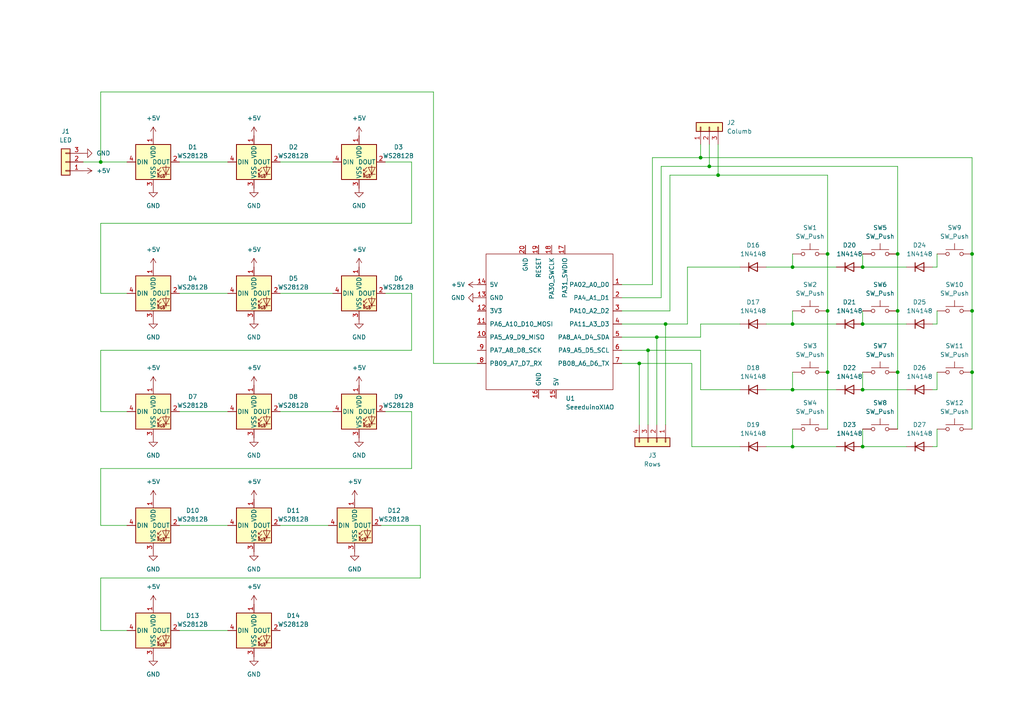
<source format=kicad_sch>
(kicad_sch (version 20211123) (generator eeschema)

  (uuid 2a8c0bd3-f9af-4ad8-869e-837d077b537e)

  (paper "A4")

  (title_block
    (title "Macropad v2")
    (rev "1")
  )

  (lib_symbols
    (symbol "Connector_Generic:Conn_01x03" (pin_names (offset 1.016) hide) (in_bom yes) (on_board yes)
      (property "Reference" "J" (id 0) (at 0 5.08 0)
        (effects (font (size 1.27 1.27)))
      )
      (property "Value" "Conn_01x03" (id 1) (at 0 -5.08 0)
        (effects (font (size 1.27 1.27)))
      )
      (property "Footprint" "" (id 2) (at 0 0 0)
        (effects (font (size 1.27 1.27)) hide)
      )
      (property "Datasheet" "~" (id 3) (at 0 0 0)
        (effects (font (size 1.27 1.27)) hide)
      )
      (property "ki_keywords" "connector" (id 4) (at 0 0 0)
        (effects (font (size 1.27 1.27)) hide)
      )
      (property "ki_description" "Generic connector, single row, 01x03, script generated (kicad-library-utils/schlib/autogen/connector/)" (id 5) (at 0 0 0)
        (effects (font (size 1.27 1.27)) hide)
      )
      (property "ki_fp_filters" "Connector*:*_1x??_*" (id 6) (at 0 0 0)
        (effects (font (size 1.27 1.27)) hide)
      )
      (symbol "Conn_01x03_1_1"
        (rectangle (start -1.27 -2.413) (end 0 -2.667)
          (stroke (width 0.1524) (type default) (color 0 0 0 0))
          (fill (type none))
        )
        (rectangle (start -1.27 0.127) (end 0 -0.127)
          (stroke (width 0.1524) (type default) (color 0 0 0 0))
          (fill (type none))
        )
        (rectangle (start -1.27 2.667) (end 0 2.413)
          (stroke (width 0.1524) (type default) (color 0 0 0 0))
          (fill (type none))
        )
        (rectangle (start -1.27 3.81) (end 1.27 -3.81)
          (stroke (width 0.254) (type default) (color 0 0 0 0))
          (fill (type background))
        )
        (pin passive line (at -5.08 2.54 0) (length 3.81)
          (name "Pin_1" (effects (font (size 1.27 1.27))))
          (number "1" (effects (font (size 1.27 1.27))))
        )
        (pin passive line (at -5.08 0 0) (length 3.81)
          (name "Pin_2" (effects (font (size 1.27 1.27))))
          (number "2" (effects (font (size 1.27 1.27))))
        )
        (pin passive line (at -5.08 -2.54 0) (length 3.81)
          (name "Pin_3" (effects (font (size 1.27 1.27))))
          (number "3" (effects (font (size 1.27 1.27))))
        )
      )
    )
    (symbol "Connector_Generic:Conn_01x04" (pin_names (offset 1.016) hide) (in_bom yes) (on_board yes)
      (property "Reference" "J" (id 0) (at 0 5.08 0)
        (effects (font (size 1.27 1.27)))
      )
      (property "Value" "Conn_01x04" (id 1) (at 0 -7.62 0)
        (effects (font (size 1.27 1.27)))
      )
      (property "Footprint" "" (id 2) (at 0 0 0)
        (effects (font (size 1.27 1.27)) hide)
      )
      (property "Datasheet" "~" (id 3) (at 0 0 0)
        (effects (font (size 1.27 1.27)) hide)
      )
      (property "ki_keywords" "connector" (id 4) (at 0 0 0)
        (effects (font (size 1.27 1.27)) hide)
      )
      (property "ki_description" "Generic connector, single row, 01x04, script generated (kicad-library-utils/schlib/autogen/connector/)" (id 5) (at 0 0 0)
        (effects (font (size 1.27 1.27)) hide)
      )
      (property "ki_fp_filters" "Connector*:*_1x??_*" (id 6) (at 0 0 0)
        (effects (font (size 1.27 1.27)) hide)
      )
      (symbol "Conn_01x04_1_1"
        (rectangle (start -1.27 -4.953) (end 0 -5.207)
          (stroke (width 0.1524) (type default) (color 0 0 0 0))
          (fill (type none))
        )
        (rectangle (start -1.27 -2.413) (end 0 -2.667)
          (stroke (width 0.1524) (type default) (color 0 0 0 0))
          (fill (type none))
        )
        (rectangle (start -1.27 0.127) (end 0 -0.127)
          (stroke (width 0.1524) (type default) (color 0 0 0 0))
          (fill (type none))
        )
        (rectangle (start -1.27 2.667) (end 0 2.413)
          (stroke (width 0.1524) (type default) (color 0 0 0 0))
          (fill (type none))
        )
        (rectangle (start -1.27 3.81) (end 1.27 -6.35)
          (stroke (width 0.254) (type default) (color 0 0 0 0))
          (fill (type background))
        )
        (pin passive line (at -5.08 2.54 0) (length 3.81)
          (name "Pin_1" (effects (font (size 1.27 1.27))))
          (number "1" (effects (font (size 1.27 1.27))))
        )
        (pin passive line (at -5.08 0 0) (length 3.81)
          (name "Pin_2" (effects (font (size 1.27 1.27))))
          (number "2" (effects (font (size 1.27 1.27))))
        )
        (pin passive line (at -5.08 -2.54 0) (length 3.81)
          (name "Pin_3" (effects (font (size 1.27 1.27))))
          (number "3" (effects (font (size 1.27 1.27))))
        )
        (pin passive line (at -5.08 -5.08 0) (length 3.81)
          (name "Pin_4" (effects (font (size 1.27 1.27))))
          (number "4" (effects (font (size 1.27 1.27))))
        )
      )
    )
    (symbol "Diode:1N4148" (pin_numbers hide) (pin_names (offset 1.016) hide) (in_bom yes) (on_board yes)
      (property "Reference" "D" (id 0) (at 0 2.54 0)
        (effects (font (size 1.27 1.27)))
      )
      (property "Value" "1N4148" (id 1) (at 0 -2.54 0)
        (effects (font (size 1.27 1.27)))
      )
      (property "Footprint" "Diode_THT:D_DO-35_SOD27_P7.62mm_Horizontal" (id 2) (at 0 -4.445 0)
        (effects (font (size 1.27 1.27)) hide)
      )
      (property "Datasheet" "https://assets.nexperia.com/documents/data-sheet/1N4148_1N4448.pdf" (id 3) (at 0 0 0)
        (effects (font (size 1.27 1.27)) hide)
      )
      (property "ki_keywords" "diode" (id 4) (at 0 0 0)
        (effects (font (size 1.27 1.27)) hide)
      )
      (property "ki_description" "100V 0.15A standard switching diode, DO-35" (id 5) (at 0 0 0)
        (effects (font (size 1.27 1.27)) hide)
      )
      (property "ki_fp_filters" "D*DO?35*" (id 6) (at 0 0 0)
        (effects (font (size 1.27 1.27)) hide)
      )
      (symbol "1N4148_0_1"
        (polyline
          (pts
            (xy -1.27 1.27)
            (xy -1.27 -1.27)
          )
          (stroke (width 0.254) (type default) (color 0 0 0 0))
          (fill (type none))
        )
        (polyline
          (pts
            (xy 1.27 0)
            (xy -1.27 0)
          )
          (stroke (width 0) (type default) (color 0 0 0 0))
          (fill (type none))
        )
        (polyline
          (pts
            (xy 1.27 1.27)
            (xy 1.27 -1.27)
            (xy -1.27 0)
            (xy 1.27 1.27)
          )
          (stroke (width 0.254) (type default) (color 0 0 0 0))
          (fill (type none))
        )
      )
      (symbol "1N4148_1_1"
        (pin passive line (at -3.81 0 0) (length 2.54)
          (name "K" (effects (font (size 1.27 1.27))))
          (number "1" (effects (font (size 1.27 1.27))))
        )
        (pin passive line (at 3.81 0 180) (length 2.54)
          (name "A" (effects (font (size 1.27 1.27))))
          (number "2" (effects (font (size 1.27 1.27))))
        )
      )
    )
    (symbol "LED:WS2812B" (pin_names (offset 0.254)) (in_bom yes) (on_board yes)
      (property "Reference" "D" (id 0) (at 5.08 5.715 0)
        (effects (font (size 1.27 1.27)) (justify right bottom))
      )
      (property "Value" "WS2812B" (id 1) (at 1.27 -5.715 0)
        (effects (font (size 1.27 1.27)) (justify left top))
      )
      (property "Footprint" "LED_SMD:LED_WS2812B_PLCC4_5.0x5.0mm_P3.2mm" (id 2) (at 1.27 -7.62 0)
        (effects (font (size 1.27 1.27)) (justify left top) hide)
      )
      (property "Datasheet" "https://cdn-shop.adafruit.com/datasheets/WS2812B.pdf" (id 3) (at 2.54 -9.525 0)
        (effects (font (size 1.27 1.27)) (justify left top) hide)
      )
      (property "ki_keywords" "RGB LED NeoPixel addressable" (id 4) (at 0 0 0)
        (effects (font (size 1.27 1.27)) hide)
      )
      (property "ki_description" "RGB LED with integrated controller" (id 5) (at 0 0 0)
        (effects (font (size 1.27 1.27)) hide)
      )
      (property "ki_fp_filters" "LED*WS2812*PLCC*5.0x5.0mm*P3.2mm*" (id 6) (at 0 0 0)
        (effects (font (size 1.27 1.27)) hide)
      )
      (symbol "WS2812B_0_0"
        (text "RGB" (at 2.286 -4.191 0)
          (effects (font (size 0.762 0.762)))
        )
      )
      (symbol "WS2812B_0_1"
        (polyline
          (pts
            (xy 1.27 -3.556)
            (xy 1.778 -3.556)
          )
          (stroke (width 0) (type default) (color 0 0 0 0))
          (fill (type none))
        )
        (polyline
          (pts
            (xy 1.27 -2.54)
            (xy 1.778 -2.54)
          )
          (stroke (width 0) (type default) (color 0 0 0 0))
          (fill (type none))
        )
        (polyline
          (pts
            (xy 4.699 -3.556)
            (xy 2.667 -3.556)
          )
          (stroke (width 0) (type default) (color 0 0 0 0))
          (fill (type none))
        )
        (polyline
          (pts
            (xy 2.286 -2.54)
            (xy 1.27 -3.556)
            (xy 1.27 -3.048)
          )
          (stroke (width 0) (type default) (color 0 0 0 0))
          (fill (type none))
        )
        (polyline
          (pts
            (xy 2.286 -1.524)
            (xy 1.27 -2.54)
            (xy 1.27 -2.032)
          )
          (stroke (width 0) (type default) (color 0 0 0 0))
          (fill (type none))
        )
        (polyline
          (pts
            (xy 3.683 -1.016)
            (xy 3.683 -3.556)
            (xy 3.683 -4.064)
          )
          (stroke (width 0) (type default) (color 0 0 0 0))
          (fill (type none))
        )
        (polyline
          (pts
            (xy 4.699 -1.524)
            (xy 2.667 -1.524)
            (xy 3.683 -3.556)
            (xy 4.699 -1.524)
          )
          (stroke (width 0) (type default) (color 0 0 0 0))
          (fill (type none))
        )
        (rectangle (start 5.08 5.08) (end -5.08 -5.08)
          (stroke (width 0.254) (type default) (color 0 0 0 0))
          (fill (type background))
        )
      )
      (symbol "WS2812B_1_1"
        (pin power_in line (at 0 7.62 270) (length 2.54)
          (name "VDD" (effects (font (size 1.27 1.27))))
          (number "1" (effects (font (size 1.27 1.27))))
        )
        (pin output line (at 7.62 0 180) (length 2.54)
          (name "DOUT" (effects (font (size 1.27 1.27))))
          (number "2" (effects (font (size 1.27 1.27))))
        )
        (pin power_in line (at 0 -7.62 90) (length 2.54)
          (name "VSS" (effects (font (size 1.27 1.27))))
          (number "3" (effects (font (size 1.27 1.27))))
        )
        (pin input line (at -7.62 0 0) (length 2.54)
          (name "DIN" (effects (font (size 1.27 1.27))))
          (number "4" (effects (font (size 1.27 1.27))))
        )
      )
    )
    (symbol "Seeeduino XIAO:SeeeduinoXIAO" (pin_names (offset 1.016)) (in_bom yes) (on_board yes)
      (property "Reference" "U" (id 0) (at -19.05 22.86 0)
        (effects (font (size 1.27 1.27)))
      )
      (property "Value" "SeeeduinoXIAO" (id 1) (at -12.7 21.59 0)
        (effects (font (size 1.27 1.27)))
      )
      (property "Footprint" "" (id 2) (at -8.89 5.08 0)
        (effects (font (size 1.27 1.27)) hide)
      )
      (property "Datasheet" "" (id 3) (at -8.89 5.08 0)
        (effects (font (size 1.27 1.27)) hide)
      )
      (symbol "SeeeduinoXIAO_0_1"
        (rectangle (start -19.05 20.32) (end 17.78 -19.05)
          (stroke (width 0) (type default) (color 0 0 0 0))
          (fill (type none))
        )
      )
      (symbol "SeeeduinoXIAO_1_1"
        (pin unspecified line (at -21.59 11.43 0) (length 2.54)
          (name "PA02_A0_D0" (effects (font (size 1.27 1.27))))
          (number "1" (effects (font (size 1.27 1.27))))
        )
        (pin unspecified line (at 20.32 -3.81 180) (length 2.54)
          (name "PA5_A9_D9_MISO" (effects (font (size 1.27 1.27))))
          (number "10" (effects (font (size 1.27 1.27))))
        )
        (pin unspecified line (at 20.32 0 180) (length 2.54)
          (name "PA6_A10_D10_MOSI" (effects (font (size 1.27 1.27))))
          (number "11" (effects (font (size 1.27 1.27))))
        )
        (pin unspecified line (at 20.32 3.81 180) (length 2.54)
          (name "3V3" (effects (font (size 1.27 1.27))))
          (number "12" (effects (font (size 1.27 1.27))))
        )
        (pin unspecified line (at 20.32 7.62 180) (length 2.54)
          (name "GND" (effects (font (size 1.27 1.27))))
          (number "13" (effects (font (size 1.27 1.27))))
        )
        (pin unspecified line (at 20.32 11.43 180) (length 2.54)
          (name "5V" (effects (font (size 1.27 1.27))))
          (number "14" (effects (font (size 1.27 1.27))))
        )
        (pin input line (at -2.54 -21.59 90) (length 2.54)
          (name "5V" (effects (font (size 1.27 1.27))))
          (number "15" (effects (font (size 1.27 1.27))))
        )
        (pin input line (at 2.54 -21.59 90) (length 2.54)
          (name "GND" (effects (font (size 1.27 1.27))))
          (number "16" (effects (font (size 1.27 1.27))))
        )
        (pin input line (at -5.08 22.86 270) (length 2.54)
          (name "PA31_SWDIO" (effects (font (size 1.27 1.27))))
          (number "17" (effects (font (size 1.27 1.27))))
        )
        (pin input line (at -1.27 22.86 270) (length 2.54)
          (name "PA30_SWCLK" (effects (font (size 1.27 1.27))))
          (number "18" (effects (font (size 1.27 1.27))))
        )
        (pin input line (at 2.54 22.86 270) (length 2.54)
          (name "RESET" (effects (font (size 1.27 1.27))))
          (number "19" (effects (font (size 1.27 1.27))))
        )
        (pin unspecified line (at -21.59 7.62 0) (length 2.54)
          (name "PA4_A1_D1" (effects (font (size 1.27 1.27))))
          (number "2" (effects (font (size 1.27 1.27))))
        )
        (pin input line (at 6.35 22.86 270) (length 2.54)
          (name "GND" (effects (font (size 1.27 1.27))))
          (number "20" (effects (font (size 1.27 1.27))))
        )
        (pin unspecified line (at -21.59 3.81 0) (length 2.54)
          (name "PA10_A2_D2" (effects (font (size 1.27 1.27))))
          (number "3" (effects (font (size 1.27 1.27))))
        )
        (pin unspecified line (at -21.59 0 0) (length 2.54)
          (name "PA11_A3_D3" (effects (font (size 1.27 1.27))))
          (number "4" (effects (font (size 1.27 1.27))))
        )
        (pin unspecified line (at -21.59 -3.81 0) (length 2.54)
          (name "PA8_A4_D4_SDA" (effects (font (size 1.27 1.27))))
          (number "5" (effects (font (size 1.27 1.27))))
        )
        (pin unspecified line (at -21.59 -7.62 0) (length 2.54)
          (name "PA9_A5_D5_SCL" (effects (font (size 1.27 1.27))))
          (number "6" (effects (font (size 1.27 1.27))))
        )
        (pin unspecified line (at -21.59 -11.43 0) (length 2.54)
          (name "PB08_A6_D6_TX" (effects (font (size 1.27 1.27))))
          (number "7" (effects (font (size 1.27 1.27))))
        )
        (pin unspecified line (at 20.32 -11.43 180) (length 2.54)
          (name "PB09_A7_D7_RX" (effects (font (size 1.27 1.27))))
          (number "8" (effects (font (size 1.27 1.27))))
        )
        (pin unspecified line (at 20.32 -7.62 180) (length 2.54)
          (name "PA7_A8_D8_SCK" (effects (font (size 1.27 1.27))))
          (number "9" (effects (font (size 1.27 1.27))))
        )
      )
    )
    (symbol "Switch:SW_Push" (pin_numbers hide) (pin_names (offset 1.016) hide) (in_bom yes) (on_board yes)
      (property "Reference" "SW" (id 0) (at 1.27 2.54 0)
        (effects (font (size 1.27 1.27)) (justify left))
      )
      (property "Value" "SW_Push" (id 1) (at 0 -1.524 0)
        (effects (font (size 1.27 1.27)))
      )
      (property "Footprint" "" (id 2) (at 0 5.08 0)
        (effects (font (size 1.27 1.27)) hide)
      )
      (property "Datasheet" "~" (id 3) (at 0 5.08 0)
        (effects (font (size 1.27 1.27)) hide)
      )
      (property "ki_keywords" "switch normally-open pushbutton push-button" (id 4) (at 0 0 0)
        (effects (font (size 1.27 1.27)) hide)
      )
      (property "ki_description" "Push button switch, generic, two pins" (id 5) (at 0 0 0)
        (effects (font (size 1.27 1.27)) hide)
      )
      (symbol "SW_Push_0_1"
        (circle (center -2.032 0) (radius 0.508)
          (stroke (width 0) (type default) (color 0 0 0 0))
          (fill (type none))
        )
        (polyline
          (pts
            (xy 0 1.27)
            (xy 0 3.048)
          )
          (stroke (width 0) (type default) (color 0 0 0 0))
          (fill (type none))
        )
        (polyline
          (pts
            (xy 2.54 1.27)
            (xy -2.54 1.27)
          )
          (stroke (width 0) (type default) (color 0 0 0 0))
          (fill (type none))
        )
        (circle (center 2.032 0) (radius 0.508)
          (stroke (width 0) (type default) (color 0 0 0 0))
          (fill (type none))
        )
        (pin passive line (at -5.08 0 0) (length 2.54)
          (name "1" (effects (font (size 1.27 1.27))))
          (number "1" (effects (font (size 1.27 1.27))))
        )
        (pin passive line (at 5.08 0 180) (length 2.54)
          (name "2" (effects (font (size 1.27 1.27))))
          (number "2" (effects (font (size 1.27 1.27))))
        )
      )
    )
    (symbol "power:+5V" (power) (pin_names (offset 0)) (in_bom yes) (on_board yes)
      (property "Reference" "#PWR" (id 0) (at 0 -3.81 0)
        (effects (font (size 1.27 1.27)) hide)
      )
      (property "Value" "+5V" (id 1) (at 0 3.556 0)
        (effects (font (size 1.27 1.27)))
      )
      (property "Footprint" "" (id 2) (at 0 0 0)
        (effects (font (size 1.27 1.27)) hide)
      )
      (property "Datasheet" "" (id 3) (at 0 0 0)
        (effects (font (size 1.27 1.27)) hide)
      )
      (property "ki_keywords" "power-flag" (id 4) (at 0 0 0)
        (effects (font (size 1.27 1.27)) hide)
      )
      (property "ki_description" "Power symbol creates a global label with name \"+5V\"" (id 5) (at 0 0 0)
        (effects (font (size 1.27 1.27)) hide)
      )
      (symbol "+5V_0_1"
        (polyline
          (pts
            (xy -0.762 1.27)
            (xy 0 2.54)
          )
          (stroke (width 0) (type default) (color 0 0 0 0))
          (fill (type none))
        )
        (polyline
          (pts
            (xy 0 0)
            (xy 0 2.54)
          )
          (stroke (width 0) (type default) (color 0 0 0 0))
          (fill (type none))
        )
        (polyline
          (pts
            (xy 0 2.54)
            (xy 0.762 1.27)
          )
          (stroke (width 0) (type default) (color 0 0 0 0))
          (fill (type none))
        )
      )
      (symbol "+5V_1_1"
        (pin power_in line (at 0 0 90) (length 0) hide
          (name "+5V" (effects (font (size 1.27 1.27))))
          (number "1" (effects (font (size 1.27 1.27))))
        )
      )
    )
    (symbol "power:GND" (power) (pin_names (offset 0)) (in_bom yes) (on_board yes)
      (property "Reference" "#PWR" (id 0) (at 0 -6.35 0)
        (effects (font (size 1.27 1.27)) hide)
      )
      (property "Value" "GND" (id 1) (at 0 -3.81 0)
        (effects (font (size 1.27 1.27)))
      )
      (property "Footprint" "" (id 2) (at 0 0 0)
        (effects (font (size 1.27 1.27)) hide)
      )
      (property "Datasheet" "" (id 3) (at 0 0 0)
        (effects (font (size 1.27 1.27)) hide)
      )
      (property "ki_keywords" "power-flag" (id 4) (at 0 0 0)
        (effects (font (size 1.27 1.27)) hide)
      )
      (property "ki_description" "Power symbol creates a global label with name \"GND\" , ground" (id 5) (at 0 0 0)
        (effects (font (size 1.27 1.27)) hide)
      )
      (symbol "GND_0_1"
        (polyline
          (pts
            (xy 0 0)
            (xy 0 -1.27)
            (xy 1.27 -1.27)
            (xy 0 -2.54)
            (xy -1.27 -1.27)
            (xy 0 -1.27)
          )
          (stroke (width 0) (type default) (color 0 0 0 0))
          (fill (type none))
        )
      )
      (symbol "GND_1_1"
        (pin power_in line (at 0 0 270) (length 0) hide
          (name "GND" (effects (font (size 1.27 1.27))))
          (number "1" (effects (font (size 1.27 1.27))))
        )
      )
    )
  )

  (junction (at 185.42 105.41) (diameter 0) (color 0 0 0 0)
    (uuid 03632fd2-d6fd-4c31-99a3-33008364817f)
  )
  (junction (at 229.87 93.98) (diameter 0) (color 0 0 0 0)
    (uuid 23717e30-6fc0-4955-8ffc-563322d3f549)
  )
  (junction (at 281.94 90.17) (diameter 0) (color 0 0 0 0)
    (uuid 250e8ef0-cb88-431e-905b-cd099b6598bf)
  )
  (junction (at 260.35 107.95) (diameter 0) (color 0 0 0 0)
    (uuid 2530e099-3be7-486e-94c4-ed67e9ea2882)
  )
  (junction (at 187.96 101.6) (diameter 0) (color 0 0 0 0)
    (uuid 323ca2c9-6779-46e6-ae88-36ed12c78169)
  )
  (junction (at 203.2 45.72) (diameter 0) (color 0 0 0 0)
    (uuid 3eefde1e-41b9-42a4-95a0-8353626ee67b)
  )
  (junction (at 250.19 113.03) (diameter 0) (color 0 0 0 0)
    (uuid 3f92fd99-82ab-4910-86c9-93a04d8de2df)
  )
  (junction (at 250.19 93.98) (diameter 0) (color 0 0 0 0)
    (uuid 4513d15a-3642-4fb3-a5ef-650208192f9e)
  )
  (junction (at 281.94 73.66) (diameter 0) (color 0 0 0 0)
    (uuid 6b78d170-b8b7-4e27-ac1a-50c2e4d266ee)
  )
  (junction (at 193.04 93.98) (diameter 0) (color 0 0 0 0)
    (uuid 7afb0cf7-9716-4750-b08d-a431efe7d0d0)
  )
  (junction (at 29.21 46.99) (diameter 0) (color 0 0 0 0)
    (uuid 7b50f413-4414-4aae-934e-79deccf286ff)
  )
  (junction (at 240.03 73.66) (diameter 0) (color 0 0 0 0)
    (uuid 7dcd571c-8855-4865-97f3-987140ff2e9c)
  )
  (junction (at 260.35 73.66) (diameter 0) (color 0 0 0 0)
    (uuid 7e004a82-5961-4d21-ae6f-be51c466d24a)
  )
  (junction (at 260.35 90.17) (diameter 0) (color 0 0 0 0)
    (uuid 8f4255fe-740d-413f-b3c3-fb325e14782d)
  )
  (junction (at 205.74 48.26) (diameter 0) (color 0 0 0 0)
    (uuid 95e8a548-4185-4536-950f-2c0a304c9d78)
  )
  (junction (at 229.87 129.54) (diameter 0) (color 0 0 0 0)
    (uuid ac2ef55b-242b-4255-862c-efab1aacaa8b)
  )
  (junction (at 250.19 129.54) (diameter 0) (color 0 0 0 0)
    (uuid b4f9d404-9525-4f69-aa97-e4418ea06cf1)
  )
  (junction (at 250.19 77.47) (diameter 0) (color 0 0 0 0)
    (uuid b6d35848-c3e0-4e04-8e30-7789b7e106cc)
  )
  (junction (at 229.87 113.03) (diameter 0) (color 0 0 0 0)
    (uuid b742b6b0-5dc8-457b-836d-d2b3b6e36895)
  )
  (junction (at 190.5 97.79) (diameter 0) (color 0 0 0 0)
    (uuid b75a41aa-ff60-493b-bc52-f0c53a80979d)
  )
  (junction (at 240.03 107.95) (diameter 0) (color 0 0 0 0)
    (uuid bc7bb00b-6f52-4959-901e-8350f493b82c)
  )
  (junction (at 208.28 50.8) (diameter 0) (color 0 0 0 0)
    (uuid c2823d57-c027-4675-8b3c-5579af2c0cb8)
  )
  (junction (at 240.03 90.17) (diameter 0) (color 0 0 0 0)
    (uuid c45b65e9-062d-4bc9-89da-dd67133df4dd)
  )
  (junction (at 281.94 107.95) (diameter 0) (color 0 0 0 0)
    (uuid de592062-f2c3-42c7-928d-3a21ed00be00)
  )
  (junction (at 229.87 77.47) (diameter 0) (color 0 0 0 0)
    (uuid e1ea38aa-e480-4a33-984d-20506d8da98f)
  )

  (wire (pts (xy 52.07 46.99) (xy 66.04 46.99))
    (stroke (width 0) (type default) (color 0 0 0 0))
    (uuid 034d10fa-672b-4344-b7e6-23c4a0278bef)
  )
  (wire (pts (xy 180.34 97.79) (xy 190.5 97.79))
    (stroke (width 0) (type default) (color 0 0 0 0))
    (uuid 0360a974-e323-4ed9-94bc-c1c1a6b6da02)
  )
  (wire (pts (xy 229.87 77.47) (xy 242.57 77.47))
    (stroke (width 0) (type default) (color 0 0 0 0))
    (uuid 040b3034-2623-4c15-b939-395c5d50e806)
  )
  (wire (pts (xy 190.5 97.79) (xy 190.5 123.19))
    (stroke (width 0) (type default) (color 0 0 0 0))
    (uuid 08498e97-05be-4d42-b921-d2ab64d5affb)
  )
  (wire (pts (xy 119.38 101.6) (xy 29.21 101.6))
    (stroke (width 0) (type default) (color 0 0 0 0))
    (uuid 0ea74e75-d2a4-4caa-9b54-38e1647079ac)
  )
  (wire (pts (xy 203.2 101.6) (xy 203.2 113.03))
    (stroke (width 0) (type default) (color 0 0 0 0))
    (uuid 0f04c8be-6bfd-486a-8862-859ccb14620d)
  )
  (wire (pts (xy 250.19 113.03) (xy 262.89 113.03))
    (stroke (width 0) (type default) (color 0 0 0 0))
    (uuid 10df9b1c-3899-4250-8372-98edcc5bbc47)
  )
  (wire (pts (xy 260.35 90.17) (xy 260.35 107.95))
    (stroke (width 0) (type default) (color 0 0 0 0))
    (uuid 1424ca86-e41e-48a5-810b-4877069296b2)
  )
  (wire (pts (xy 271.78 73.66) (xy 271.78 77.47))
    (stroke (width 0) (type default) (color 0 0 0 0))
    (uuid 145467eb-1644-4ef0-88fe-79ae13b4e404)
  )
  (wire (pts (xy 229.87 129.54) (xy 242.57 129.54))
    (stroke (width 0) (type default) (color 0 0 0 0))
    (uuid 148ca809-07b8-4bf3-bbf0-eae885f4ec22)
  )
  (wire (pts (xy 229.87 93.98) (xy 242.57 93.98))
    (stroke (width 0) (type default) (color 0 0 0 0))
    (uuid 169ffac6-4815-4077-b209-121801e5ad12)
  )
  (wire (pts (xy 180.34 105.41) (xy 185.42 105.41))
    (stroke (width 0) (type default) (color 0 0 0 0))
    (uuid 1a2efbf3-ee41-46c3-8efb-c475fe0e5741)
  )
  (wire (pts (xy 81.28 85.09) (xy 96.52 85.09))
    (stroke (width 0) (type default) (color 0 0 0 0))
    (uuid 1be0386c-f459-4b9f-a4cc-b80ae045e5d1)
  )
  (wire (pts (xy 29.21 152.4) (xy 36.83 152.4))
    (stroke (width 0) (type default) (color 0 0 0 0))
    (uuid 1d8fa940-9839-440f-a173-ea6877d4da45)
  )
  (wire (pts (xy 191.77 48.26) (xy 205.74 48.26))
    (stroke (width 0) (type default) (color 0 0 0 0))
    (uuid 1da95d01-f5a8-44e1-8546-d9dc18aa0afa)
  )
  (wire (pts (xy 119.38 46.99) (xy 119.38 64.77))
    (stroke (width 0) (type default) (color 0 0 0 0))
    (uuid 207ab86d-b10d-4a0f-bf2a-e2483f2d598a)
  )
  (wire (pts (xy 194.31 90.17) (xy 194.31 50.8))
    (stroke (width 0) (type default) (color 0 0 0 0))
    (uuid 236eb9e6-f168-4d2f-a9af-2803c961db44)
  )
  (wire (pts (xy 189.23 82.55) (xy 189.23 45.72))
    (stroke (width 0) (type default) (color 0 0 0 0))
    (uuid 260506c4-2427-43d7-9865-4520dd871672)
  )
  (wire (pts (xy 250.19 77.47) (xy 262.89 77.47))
    (stroke (width 0) (type default) (color 0 0 0 0))
    (uuid 2755ec72-057c-400a-b02a-1a90a52ad79c)
  )
  (wire (pts (xy 180.34 90.17) (xy 194.31 90.17))
    (stroke (width 0) (type default) (color 0 0 0 0))
    (uuid 28b955f9-ec35-48f3-b027-55a524ae423f)
  )
  (wire (pts (xy 222.25 113.03) (xy 229.87 113.03))
    (stroke (width 0) (type default) (color 0 0 0 0))
    (uuid 2be8cfe1-ad66-4648-876d-00c65d41ff8a)
  )
  (wire (pts (xy 250.19 124.46) (xy 250.19 129.54))
    (stroke (width 0) (type default) (color 0 0 0 0))
    (uuid 2e339e45-b371-497a-a0e8-52b3256646f3)
  )
  (wire (pts (xy 208.28 41.91) (xy 208.28 50.8))
    (stroke (width 0) (type default) (color 0 0 0 0))
    (uuid 329c1c1a-42d3-4f71-894c-baa8973bd37e)
  )
  (wire (pts (xy 119.38 85.09) (xy 119.38 101.6))
    (stroke (width 0) (type default) (color 0 0 0 0))
    (uuid 32de86f2-d93b-4fd5-97cd-06c3a40c6ea0)
  )
  (wire (pts (xy 229.87 107.95) (xy 229.87 113.03))
    (stroke (width 0) (type default) (color 0 0 0 0))
    (uuid 33863528-d465-4031-8bc1-ecbf8d3b1306)
  )
  (wire (pts (xy 81.28 119.38) (xy 96.52 119.38))
    (stroke (width 0) (type default) (color 0 0 0 0))
    (uuid 388b8024-5d9d-4c92-b083-9d9b6533d2e6)
  )
  (wire (pts (xy 29.21 119.38) (xy 36.83 119.38))
    (stroke (width 0) (type default) (color 0 0 0 0))
    (uuid 38fa3156-30b2-4554-af91-edcd0befcbab)
  )
  (wire (pts (xy 199.39 77.47) (xy 214.63 77.47))
    (stroke (width 0) (type default) (color 0 0 0 0))
    (uuid 39a9d3bc-93bf-442b-8c2c-2463527d0e0a)
  )
  (wire (pts (xy 81.28 152.4) (xy 95.25 152.4))
    (stroke (width 0) (type default) (color 0 0 0 0))
    (uuid 3adf8767-f851-4ce1-8d6b-62df24a82ddc)
  )
  (wire (pts (xy 180.34 101.6) (xy 187.96 101.6))
    (stroke (width 0) (type default) (color 0 0 0 0))
    (uuid 3ddbf0f4-d25b-4eb5-9e05-8d4296370cbe)
  )
  (wire (pts (xy 29.21 26.67) (xy 29.21 46.99))
    (stroke (width 0) (type default) (color 0 0 0 0))
    (uuid 3f0f51ab-df5c-455b-84fd-4375f70bb42a)
  )
  (wire (pts (xy 260.35 48.26) (xy 260.35 73.66))
    (stroke (width 0) (type default) (color 0 0 0 0))
    (uuid 3f6fc892-5b98-4eba-9cf5-c1eb40457665)
  )
  (wire (pts (xy 125.73 105.41) (xy 138.43 105.41))
    (stroke (width 0) (type default) (color 0 0 0 0))
    (uuid 4066571b-a1d3-4368-86a5-7eddd949b461)
  )
  (wire (pts (xy 191.77 86.36) (xy 191.77 48.26))
    (stroke (width 0) (type default) (color 0 0 0 0))
    (uuid 40fec237-a3e9-4528-946a-99cf8e7b0b78)
  )
  (wire (pts (xy 200.66 129.54) (xy 214.63 129.54))
    (stroke (width 0) (type default) (color 0 0 0 0))
    (uuid 414522d2-c13b-438f-a31d-e4f4ec48122d)
  )
  (wire (pts (xy 250.19 90.17) (xy 250.19 93.98))
    (stroke (width 0) (type default) (color 0 0 0 0))
    (uuid 4432403d-5ffc-4bd9-a84d-7e5dfec91ae5)
  )
  (wire (pts (xy 193.04 93.98) (xy 199.39 93.98))
    (stroke (width 0) (type default) (color 0 0 0 0))
    (uuid 49233e75-70d9-4adc-a44e-2796fd04070c)
  )
  (wire (pts (xy 111.76 46.99) (xy 119.38 46.99))
    (stroke (width 0) (type default) (color 0 0 0 0))
    (uuid 4b4f6dbc-45b7-4dbb-9010-2543d6d67095)
  )
  (wire (pts (xy 200.66 105.41) (xy 200.66 129.54))
    (stroke (width 0) (type default) (color 0 0 0 0))
    (uuid 4d841763-3788-4ace-a6b7-0e6e35fb6b52)
  )
  (wire (pts (xy 203.2 113.03) (xy 214.63 113.03))
    (stroke (width 0) (type default) (color 0 0 0 0))
    (uuid 5286a7ed-7490-4102-8b7b-4abb7f37928f)
  )
  (wire (pts (xy 121.92 152.4) (xy 121.92 167.64))
    (stroke (width 0) (type default) (color 0 0 0 0))
    (uuid 533cb8a1-7e47-494f-8f71-4acceadf4792)
  )
  (wire (pts (xy 29.21 167.64) (xy 29.21 182.88))
    (stroke (width 0) (type default) (color 0 0 0 0))
    (uuid 5349d672-ca3d-401d-8e60-2bfce5658b00)
  )
  (wire (pts (xy 190.5 97.79) (xy 203.2 97.79))
    (stroke (width 0) (type default) (color 0 0 0 0))
    (uuid 53fd7766-87c0-47cc-a396-95ef34cadda1)
  )
  (wire (pts (xy 29.21 26.67) (xy 125.73 26.67))
    (stroke (width 0) (type default) (color 0 0 0 0))
    (uuid 59ec266f-1397-44f8-b6a9-dae43eff8bca)
  )
  (wire (pts (xy 240.03 90.17) (xy 240.03 107.95))
    (stroke (width 0) (type default) (color 0 0 0 0))
    (uuid 5c1cf4d8-7b15-42b1-90ae-990dbd72d45e)
  )
  (wire (pts (xy 240.03 73.66) (xy 240.03 90.17))
    (stroke (width 0) (type default) (color 0 0 0 0))
    (uuid 5ca75a24-16f1-4f91-ab0a-3b9ff86569f4)
  )
  (wire (pts (xy 52.07 119.38) (xy 66.04 119.38))
    (stroke (width 0) (type default) (color 0 0 0 0))
    (uuid 5fe24df5-b042-4d20-9653-ff02d01f8fba)
  )
  (wire (pts (xy 125.73 26.67) (xy 125.73 105.41))
    (stroke (width 0) (type default) (color 0 0 0 0))
    (uuid 604e065a-a4e5-49bf-b71d-2ff8f50b5b22)
  )
  (wire (pts (xy 52.07 85.09) (xy 66.04 85.09))
    (stroke (width 0) (type default) (color 0 0 0 0))
    (uuid 65bb8cb6-ddd8-409a-b16a-fb415a53a10d)
  )
  (wire (pts (xy 29.21 101.6) (xy 29.21 119.38))
    (stroke (width 0) (type default) (color 0 0 0 0))
    (uuid 70618400-079c-4e5c-b30b-65d466a399ad)
  )
  (wire (pts (xy 229.87 124.46) (xy 229.87 129.54))
    (stroke (width 0) (type default) (color 0 0 0 0))
    (uuid 70d32517-4b5f-46fa-903e-7297327cad44)
  )
  (wire (pts (xy 205.74 41.91) (xy 205.74 48.26))
    (stroke (width 0) (type default) (color 0 0 0 0))
    (uuid 7705b06e-fb7e-4fda-bcc2-53ddd0872223)
  )
  (wire (pts (xy 250.19 107.95) (xy 250.19 113.03))
    (stroke (width 0) (type default) (color 0 0 0 0))
    (uuid 7a3de5bf-1098-4ca1-80ec-3a819dfb7e47)
  )
  (wire (pts (xy 24.13 46.99) (xy 29.21 46.99))
    (stroke (width 0) (type default) (color 0 0 0 0))
    (uuid 7b007821-5def-4c5c-9a3a-0aa4d0603ca6)
  )
  (wire (pts (xy 187.96 101.6) (xy 187.96 123.19))
    (stroke (width 0) (type default) (color 0 0 0 0))
    (uuid 7b3af9b3-8a28-4e08-8149-713543da49c9)
  )
  (wire (pts (xy 281.94 90.17) (xy 281.94 107.95))
    (stroke (width 0) (type default) (color 0 0 0 0))
    (uuid 7bfbc94b-8040-4dbe-92b6-07448d6dccf3)
  )
  (wire (pts (xy 250.19 73.66) (xy 250.19 77.47))
    (stroke (width 0) (type default) (color 0 0 0 0))
    (uuid 84d1501b-2962-474d-bf07-d14dbb717626)
  )
  (wire (pts (xy 270.51 77.47) (xy 271.78 77.47))
    (stroke (width 0) (type default) (color 0 0 0 0))
    (uuid 88162a1f-223f-477e-b555-2ff5f67aaa06)
  )
  (wire (pts (xy 270.51 113.03) (xy 271.78 113.03))
    (stroke (width 0) (type default) (color 0 0 0 0))
    (uuid 8b9766b2-0fcf-46fe-9af0-2e25aad4480a)
  )
  (wire (pts (xy 193.04 93.98) (xy 193.04 123.19))
    (stroke (width 0) (type default) (color 0 0 0 0))
    (uuid 8bc697c9-21c8-4244-8296-71addd3927e0)
  )
  (wire (pts (xy 189.23 45.72) (xy 203.2 45.72))
    (stroke (width 0) (type default) (color 0 0 0 0))
    (uuid 90b3f4fc-01bd-45e9-b393-c7d9bd16300e)
  )
  (wire (pts (xy 185.42 105.41) (xy 200.66 105.41))
    (stroke (width 0) (type default) (color 0 0 0 0))
    (uuid 934f98a2-513d-4c27-a9a6-c725df023c8c)
  )
  (wire (pts (xy 271.78 113.03) (xy 271.78 107.95))
    (stroke (width 0) (type default) (color 0 0 0 0))
    (uuid 93751e9c-f3db-4e72-8d5b-d58076eb4519)
  )
  (wire (pts (xy 194.31 50.8) (xy 208.28 50.8))
    (stroke (width 0) (type default) (color 0 0 0 0))
    (uuid 990b3c36-6f7a-4c6a-a922-f265fc4ca897)
  )
  (wire (pts (xy 271.78 129.54) (xy 271.78 124.46))
    (stroke (width 0) (type default) (color 0 0 0 0))
    (uuid 992e3351-42ed-458b-90ac-500172113288)
  )
  (wire (pts (xy 271.78 93.98) (xy 271.78 90.17))
    (stroke (width 0) (type default) (color 0 0 0 0))
    (uuid 9fd46160-8ff9-4d56-bf60-e0430507fd20)
  )
  (wire (pts (xy 270.51 129.54) (xy 271.78 129.54))
    (stroke (width 0) (type default) (color 0 0 0 0))
    (uuid a00eba93-607f-4a51-844a-1faf69413693)
  )
  (wire (pts (xy 81.28 46.99) (xy 96.52 46.99))
    (stroke (width 0) (type default) (color 0 0 0 0))
    (uuid a1076c2c-b3fd-4484-8d2a-b0327d5954b2)
  )
  (wire (pts (xy 260.35 107.95) (xy 260.35 124.46))
    (stroke (width 0) (type default) (color 0 0 0 0))
    (uuid a25aab25-581a-4745-9369-e846c42c7144)
  )
  (wire (pts (xy 180.34 82.55) (xy 189.23 82.55))
    (stroke (width 0) (type default) (color 0 0 0 0))
    (uuid a34717d7-10eb-49e2-94e1-11a22dc7c0c3)
  )
  (wire (pts (xy 29.21 135.89) (xy 29.21 152.4))
    (stroke (width 0) (type default) (color 0 0 0 0))
    (uuid a4133d12-0331-4591-a56d-0fef89e7d14c)
  )
  (wire (pts (xy 203.2 93.98) (xy 214.63 93.98))
    (stroke (width 0) (type default) (color 0 0 0 0))
    (uuid a447d88d-4213-4f31-a209-7ec8d04b7f7c)
  )
  (wire (pts (xy 187.96 101.6) (xy 203.2 101.6))
    (stroke (width 0) (type default) (color 0 0 0 0))
    (uuid a5489e9f-931c-4133-b24f-ecb8e720c6a7)
  )
  (wire (pts (xy 52.07 152.4) (xy 66.04 152.4))
    (stroke (width 0) (type default) (color 0 0 0 0))
    (uuid a7b32f55-226a-43bd-8506-c67578a34ab8)
  )
  (wire (pts (xy 29.21 85.09) (xy 36.83 85.09))
    (stroke (width 0) (type default) (color 0 0 0 0))
    (uuid a90d873e-f44f-4e96-b017-29b8c8d5d89f)
  )
  (wire (pts (xy 222.25 77.47) (xy 229.87 77.47))
    (stroke (width 0) (type default) (color 0 0 0 0))
    (uuid a98c4537-3e55-4ab9-968d-6215e16b17e7)
  )
  (wire (pts (xy 229.87 90.17) (xy 229.87 93.98))
    (stroke (width 0) (type default) (color 0 0 0 0))
    (uuid a99341ea-8f8b-44b0-b3f5-20f601fec7a7)
  )
  (wire (pts (xy 119.38 119.38) (xy 119.38 135.89))
    (stroke (width 0) (type default) (color 0 0 0 0))
    (uuid ad2d73af-994a-48b3-9c7e-69fd2acf59dd)
  )
  (wire (pts (xy 29.21 64.77) (xy 29.21 85.09))
    (stroke (width 0) (type default) (color 0 0 0 0))
    (uuid b4d51e60-b997-403a-a37f-b71b1a93dd8f)
  )
  (wire (pts (xy 240.03 107.95) (xy 240.03 124.46))
    (stroke (width 0) (type default) (color 0 0 0 0))
    (uuid b78091ee-032d-469d-9e02-5335c10d1e64)
  )
  (wire (pts (xy 111.76 85.09) (xy 119.38 85.09))
    (stroke (width 0) (type default) (color 0 0 0 0))
    (uuid b96f463d-f5db-43bd-b908-3706a9e0c649)
  )
  (wire (pts (xy 121.92 167.64) (xy 29.21 167.64))
    (stroke (width 0) (type default) (color 0 0 0 0))
    (uuid ba4c8b51-7e38-4591-82e2-9662296a264e)
  )
  (wire (pts (xy 281.94 107.95) (xy 281.94 124.46))
    (stroke (width 0) (type default) (color 0 0 0 0))
    (uuid ba5bda9d-020a-49a7-91b4-977a6613dbe9)
  )
  (wire (pts (xy 29.21 182.88) (xy 36.83 182.88))
    (stroke (width 0) (type default) (color 0 0 0 0))
    (uuid ba97cee1-d03f-494a-9827-561001f2e0aa)
  )
  (wire (pts (xy 203.2 97.79) (xy 203.2 93.98))
    (stroke (width 0) (type default) (color 0 0 0 0))
    (uuid bb30a961-7a75-475b-81d9-ad3dad4afb1d)
  )
  (wire (pts (xy 180.34 86.36) (xy 191.77 86.36))
    (stroke (width 0) (type default) (color 0 0 0 0))
    (uuid bb85250f-cd37-4b63-b240-d79584dbb02d)
  )
  (wire (pts (xy 281.94 73.66) (xy 281.94 90.17))
    (stroke (width 0) (type default) (color 0 0 0 0))
    (uuid bbc5ba5a-0149-47b3-813a-a34b32b6165c)
  )
  (wire (pts (xy 229.87 113.03) (xy 242.57 113.03))
    (stroke (width 0) (type default) (color 0 0 0 0))
    (uuid bf54028b-e0f6-4abd-9824-1529fc8c94e4)
  )
  (wire (pts (xy 281.94 45.72) (xy 281.94 73.66))
    (stroke (width 0) (type default) (color 0 0 0 0))
    (uuid c0f18f67-f4db-421d-ab59-7874eed312bb)
  )
  (wire (pts (xy 111.76 119.38) (xy 119.38 119.38))
    (stroke (width 0) (type default) (color 0 0 0 0))
    (uuid cae0fca9-5264-4048-82cf-c5ea9d502a91)
  )
  (wire (pts (xy 270.51 93.98) (xy 271.78 93.98))
    (stroke (width 0) (type default) (color 0 0 0 0))
    (uuid cb16fecc-7650-4cce-bf04-5c7bee3b1e33)
  )
  (wire (pts (xy 260.35 73.66) (xy 260.35 90.17))
    (stroke (width 0) (type default) (color 0 0 0 0))
    (uuid cb2ee050-87b5-4939-ac47-8a6a12032dcd)
  )
  (wire (pts (xy 250.19 129.54) (xy 262.89 129.54))
    (stroke (width 0) (type default) (color 0 0 0 0))
    (uuid cf1d0517-0e8a-4fda-a179-36eb98207263)
  )
  (wire (pts (xy 199.39 93.98) (xy 199.39 77.47))
    (stroke (width 0) (type default) (color 0 0 0 0))
    (uuid d7b69de8-e16e-449a-9556-0885f1cffd41)
  )
  (wire (pts (xy 208.28 50.8) (xy 240.03 50.8))
    (stroke (width 0) (type default) (color 0 0 0 0))
    (uuid d87c220d-ed7a-4d0e-a197-5795fe1d1636)
  )
  (wire (pts (xy 250.19 93.98) (xy 262.89 93.98))
    (stroke (width 0) (type default) (color 0 0 0 0))
    (uuid dc36622c-6d7f-4dbd-a657-34ec8d4bd39e)
  )
  (wire (pts (xy 119.38 64.77) (xy 29.21 64.77))
    (stroke (width 0) (type default) (color 0 0 0 0))
    (uuid e16f29ad-7fa0-4a29-8cec-eacc3e355d1a)
  )
  (wire (pts (xy 229.87 73.66) (xy 229.87 77.47))
    (stroke (width 0) (type default) (color 0 0 0 0))
    (uuid e4559f5f-81eb-4ba3-bf24-84cc27b0ab12)
  )
  (wire (pts (xy 180.34 93.98) (xy 193.04 93.98))
    (stroke (width 0) (type default) (color 0 0 0 0))
    (uuid e4fe20e9-0fe4-495f-a8e0-3edb1a346a3c)
  )
  (wire (pts (xy 185.42 105.41) (xy 185.42 123.19))
    (stroke (width 0) (type default) (color 0 0 0 0))
    (uuid e6832616-074e-4522-a5a0-a2bdc11c0162)
  )
  (wire (pts (xy 110.49 152.4) (xy 121.92 152.4))
    (stroke (width 0) (type default) (color 0 0 0 0))
    (uuid e91387d7-1b89-4dc2-92b5-688402945d5a)
  )
  (wire (pts (xy 203.2 41.91) (xy 203.2 45.72))
    (stroke (width 0) (type default) (color 0 0 0 0))
    (uuid ea44cfac-b13b-435b-9141-0fbed22c2c80)
  )
  (wire (pts (xy 222.25 129.54) (xy 229.87 129.54))
    (stroke (width 0) (type default) (color 0 0 0 0))
    (uuid ea8e667b-d855-434c-adf6-5d8abc86c3f1)
  )
  (wire (pts (xy 205.74 48.26) (xy 260.35 48.26))
    (stroke (width 0) (type default) (color 0 0 0 0))
    (uuid eb52fd33-ea76-46df-8a10-067059ee1028)
  )
  (wire (pts (xy 119.38 135.89) (xy 29.21 135.89))
    (stroke (width 0) (type default) (color 0 0 0 0))
    (uuid efb98385-bb93-4e98-b7f3-20bf139c3f96)
  )
  (wire (pts (xy 240.03 50.8) (xy 240.03 73.66))
    (stroke (width 0) (type default) (color 0 0 0 0))
    (uuid f4606195-bfa4-4286-a09a-c26755dca461)
  )
  (wire (pts (xy 203.2 45.72) (xy 281.94 45.72))
    (stroke (width 0) (type default) (color 0 0 0 0))
    (uuid f6d5f72b-8e74-4b82-89eb-624d49ccf68c)
  )
  (wire (pts (xy 36.83 46.99) (xy 29.21 46.99))
    (stroke (width 0) (type default) (color 0 0 0 0))
    (uuid f8c107e1-0b42-435a-87ef-2e78a9552f6e)
  )
  (wire (pts (xy 52.07 182.88) (xy 66.04 182.88))
    (stroke (width 0) (type default) (color 0 0 0 0))
    (uuid fcd66df8-12b3-472a-9848-f163b39e98c4)
  )
  (wire (pts (xy 222.25 93.98) (xy 229.87 93.98))
    (stroke (width 0) (type default) (color 0 0 0 0))
    (uuid fe30b905-98a3-42a3-8a57-736db4f33b89)
  )

  (symbol (lib_id "power:GND") (at 44.45 92.71 0) (unit 1)
    (in_bom yes) (on_board yes) (fields_autoplaced)
    (uuid 03c30463-291a-44bd-8976-e79bde8321a8)
    (property "Reference" "#PWR010" (id 0) (at 44.45 99.06 0)
      (effects (font (size 1.27 1.27)) hide)
    )
    (property "Value" "GND" (id 1) (at 44.45 97.79 0))
    (property "Footprint" "" (id 2) (at 44.45 92.71 0)
      (effects (font (size 1.27 1.27)) hide)
    )
    (property "Datasheet" "" (id 3) (at 44.45 92.71 0)
      (effects (font (size 1.27 1.27)) hide)
    )
    (pin "1" (uuid ac73ccd5-4b96-43f0-a0ac-65704e392323))
  )

  (symbol (lib_id "Switch:SW_Push") (at 276.86 124.46 0) (unit 1)
    (in_bom yes) (on_board yes) (fields_autoplaced)
    (uuid 12c1606d-ccb0-4875-a82f-5f9c604fc7cd)
    (property "Reference" "SW12" (id 0) (at 276.86 116.84 0))
    (property "Value" "SW_Push" (id 1) (at 276.86 119.38 0))
    (property "Footprint" "Switch_Keyboard_Cherry_MX:SW_Cherry_MX_PCB" (id 2) (at 276.86 119.38 0)
      (effects (font (size 1.27 1.27)) hide)
    )
    (property "Datasheet" "~" (id 3) (at 276.86 119.38 0)
      (effects (font (size 1.27 1.27)) hide)
    )
    (pin "1" (uuid e0a67211-d86d-44df-b455-0e02338a5bfc))
    (pin "2" (uuid 36982d8b-4769-4fba-b51f-fb8c46627447))
  )

  (symbol (lib_id "LED:WS2812B") (at 44.45 119.38 0) (unit 1)
    (in_bom yes) (on_board yes) (fields_autoplaced)
    (uuid 1ac68f2f-afed-4c7b-8d53-cfb47169448f)
    (property "Reference" "D7" (id 0) (at 55.88 115.0493 0))
    (property "Value" "WS2812B" (id 1) (at 55.88 117.5893 0))
    (property "Footprint" "LED_SMD:LED_WS2812B_PLCC4_5.0x5.0mm_P3.2mm" (id 2) (at 45.72 127 0)
      (effects (font (size 1.27 1.27)) (justify left top) hide)
    )
    (property "Datasheet" "https://cdn-shop.adafruit.com/datasheets/WS2812B.pdf" (id 3) (at 46.99 128.905 0)
      (effects (font (size 1.27 1.27)) (justify left top) hide)
    )
    (pin "1" (uuid af557c5a-8a55-418a-8341-30f37593b465))
    (pin "2" (uuid 3b075278-5ed2-441c-8759-f636be1b32dc))
    (pin "3" (uuid 328a53c9-a008-42d7-990e-78dca277a985))
    (pin "4" (uuid a7501768-a570-4177-9e4a-1c36e6e2b9e8))
  )

  (symbol (lib_id "power:GND") (at 44.45 160.02 0) (unit 1)
    (in_bom yes) (on_board yes) (fields_autoplaced)
    (uuid 1c7b04fd-739d-4e4f-bc2b-3ce498d46969)
    (property "Reference" "#PWR022" (id 0) (at 44.45 166.37 0)
      (effects (font (size 1.27 1.27)) hide)
    )
    (property "Value" "GND" (id 1) (at 44.45 165.1 0))
    (property "Footprint" "" (id 2) (at 44.45 160.02 0)
      (effects (font (size 1.27 1.27)) hide)
    )
    (property "Datasheet" "" (id 3) (at 44.45 160.02 0)
      (effects (font (size 1.27 1.27)) hide)
    )
    (pin "1" (uuid 6b5b034e-84ac-4be7-a8fb-244a4846033a))
  )

  (symbol (lib_id "LED:WS2812B") (at 73.66 182.88 0) (unit 1)
    (in_bom yes) (on_board yes) (fields_autoplaced)
    (uuid 1dbdbb2d-baac-4858-8220-9e96a5fdc4f5)
    (property "Reference" "D14" (id 0) (at 85.09 178.5493 0))
    (property "Value" "WS2812B" (id 1) (at 85.09 181.0893 0))
    (property "Footprint" "LED_SMD:LED_WS2812B_PLCC4_5.0x5.0mm_P3.2mm" (id 2) (at 74.93 190.5 0)
      (effects (font (size 1.27 1.27)) (justify left top) hide)
    )
    (property "Datasheet" "https://cdn-shop.adafruit.com/datasheets/WS2812B.pdf" (id 3) (at 76.2 192.405 0)
      (effects (font (size 1.27 1.27)) (justify left top) hide)
    )
    (pin "1" (uuid 0ac0fda0-5b4f-4be7-83d4-034db040a14b))
    (pin "2" (uuid 34833b61-e2ef-4ec2-bb0a-35c34de86df0))
    (pin "3" (uuid 80b72c29-9a37-46a4-9d56-c4d32ca2dda3))
    (pin "4" (uuid 28d58a5b-3d29-4507-b7f5-a037248f0696))
  )

  (symbol (lib_id "power:+5V") (at 73.66 77.47 0) (unit 1)
    (in_bom yes) (on_board yes) (fields_autoplaced)
    (uuid 231fff19-c30d-4b21-b712-7e51c530a874)
    (property "Reference" "#PWR08" (id 0) (at 73.66 81.28 0)
      (effects (font (size 1.27 1.27)) hide)
    )
    (property "Value" "+5V" (id 1) (at 73.66 72.39 0))
    (property "Footprint" "" (id 2) (at 73.66 77.47 0)
      (effects (font (size 1.27 1.27)) hide)
    )
    (property "Datasheet" "" (id 3) (at 73.66 77.47 0)
      (effects (font (size 1.27 1.27)) hide)
    )
    (pin "1" (uuid b6f27aa6-a9fe-4b8a-8414-d3e530ab8a37))
  )

  (symbol (lib_id "Diode:1N4148") (at 218.44 93.98 0) (unit 1)
    (in_bom yes) (on_board yes) (fields_autoplaced)
    (uuid 2d56f9aa-589b-4830-862b-3ef831858d20)
    (property "Reference" "D17" (id 0) (at 218.44 87.63 0))
    (property "Value" "1N4148" (id 1) (at 218.44 90.17 0))
    (property "Footprint" "Diode_THT:D_DO-35_SOD27_P7.62mm_Horizontal" (id 2) (at 218.44 98.425 0)
      (effects (font (size 1.27 1.27)) hide)
    )
    (property "Datasheet" "https://assets.nexperia.com/documents/data-sheet/1N4148_1N4448.pdf" (id 3) (at 218.44 93.98 0)
      (effects (font (size 1.27 1.27)) hide)
    )
    (pin "1" (uuid ceb64c8f-82cc-4d37-9568-eb20dc70358b))
    (pin "2" (uuid 3b1be33e-c557-4c85-8819-f422c5ad1569))
  )

  (symbol (lib_id "Switch:SW_Push") (at 255.27 124.46 0) (unit 1)
    (in_bom yes) (on_board yes) (fields_autoplaced)
    (uuid 2e41fb2e-d7bf-485b-866d-b55674cd3b4c)
    (property "Reference" "SW8" (id 0) (at 255.27 116.84 0))
    (property "Value" "SW_Push" (id 1) (at 255.27 119.38 0))
    (property "Footprint" "Switch_Keyboard_Cherry_MX:SW_Cherry_MX_PCB" (id 2) (at 255.27 119.38 0)
      (effects (font (size 1.27 1.27)) hide)
    )
    (property "Datasheet" "~" (id 3) (at 255.27 119.38 0)
      (effects (font (size 1.27 1.27)) hide)
    )
    (pin "1" (uuid e46ba44c-f9ee-428c-a18c-f36ebf366e7e))
    (pin "2" (uuid 47b84981-2f36-40c4-b60d-be5bb653d2eb))
  )

  (symbol (lib_id "power:+5V") (at 102.87 144.78 0) (unit 1)
    (in_bom yes) (on_board yes) (fields_autoplaced)
    (uuid 3075f692-ecc5-4ea5-b23e-dfa8578a3b13)
    (property "Reference" "#PWR021" (id 0) (at 102.87 148.59 0)
      (effects (font (size 1.27 1.27)) hide)
    )
    (property "Value" "+5V" (id 1) (at 102.87 139.7 0))
    (property "Footprint" "" (id 2) (at 102.87 144.78 0)
      (effects (font (size 1.27 1.27)) hide)
    )
    (property "Datasheet" "" (id 3) (at 102.87 144.78 0)
      (effects (font (size 1.27 1.27)) hide)
    )
    (pin "1" (uuid 90fd1975-a4ca-4d31-ae83-336e70fec355))
  )

  (symbol (lib_id "power:GND") (at 44.45 127 0) (unit 1)
    (in_bom yes) (on_board yes) (fields_autoplaced)
    (uuid 36605773-500c-4b19-8ee5-18b182380d1d)
    (property "Reference" "#PWR016" (id 0) (at 44.45 133.35 0)
      (effects (font (size 1.27 1.27)) hide)
    )
    (property "Value" "GND" (id 1) (at 44.45 132.08 0))
    (property "Footprint" "" (id 2) (at 44.45 127 0)
      (effects (font (size 1.27 1.27)) hide)
    )
    (property "Datasheet" "" (id 3) (at 44.45 127 0)
      (effects (font (size 1.27 1.27)) hide)
    )
    (pin "1" (uuid 85195e7f-5d15-41e5-8d97-1c1b5fc8bacf))
  )

  (symbol (lib_id "power:GND") (at 73.66 127 0) (unit 1)
    (in_bom yes) (on_board yes) (fields_autoplaced)
    (uuid 37237216-b3c6-4d97-80a1-9b2b56231cc7)
    (property "Reference" "#PWR017" (id 0) (at 73.66 133.35 0)
      (effects (font (size 1.27 1.27)) hide)
    )
    (property "Value" "GND" (id 1) (at 73.66 132.08 0))
    (property "Footprint" "" (id 2) (at 73.66 127 0)
      (effects (font (size 1.27 1.27)) hide)
    )
    (property "Datasheet" "" (id 3) (at 73.66 127 0)
      (effects (font (size 1.27 1.27)) hide)
    )
    (pin "1" (uuid 340b3fdc-4f30-47ad-abde-695d9ce4bd6d))
  )

  (symbol (lib_id "power:GND") (at 73.66 160.02 0) (unit 1)
    (in_bom yes) (on_board yes) (fields_autoplaced)
    (uuid 3868206d-43bb-4838-9d0c-2eb65d1e2958)
    (property "Reference" "#PWR023" (id 0) (at 73.66 166.37 0)
      (effects (font (size 1.27 1.27)) hide)
    )
    (property "Value" "GND" (id 1) (at 73.66 165.1 0))
    (property "Footprint" "" (id 2) (at 73.66 160.02 0)
      (effects (font (size 1.27 1.27)) hide)
    )
    (property "Datasheet" "" (id 3) (at 73.66 160.02 0)
      (effects (font (size 1.27 1.27)) hide)
    )
    (pin "1" (uuid 18eee649-e28d-4aa3-857f-63dd10ce490a))
  )

  (symbol (lib_id "Connector_Generic:Conn_01x03") (at 19.05 46.99 180) (unit 1)
    (in_bom no) (on_board yes)
    (uuid 42caaf41-68d6-4fd6-a999-e9455e241ac0)
    (property "Reference" "J1" (id 0) (at 19.05 38.1 0))
    (property "Value" "" (id 1) (at 19.05 40.64 0))
    (property "Footprint" "" (id 2) (at 19.05 46.99 0)
      (effects (font (size 1.27 1.27)) hide)
    )
    (property "Datasheet" "~" (id 3) (at 19.05 46.99 0)
      (effects (font (size 1.27 1.27)) hide)
    )
    (pin "1" (uuid 4d879a91-b4a7-4a09-b993-9b54476aaffb))
    (pin "2" (uuid bef3af54-76cf-4ba8-b49b-0ba223e74576))
    (pin "3" (uuid 965a9e13-06b1-4b83-bafe-ed560762f4aa))
  )

  (symbol (lib_id "LED:WS2812B") (at 102.87 152.4 0) (unit 1)
    (in_bom yes) (on_board yes) (fields_autoplaced)
    (uuid 43086b9b-2dbe-4442-8ef0-032bae233749)
    (property "Reference" "D12" (id 0) (at 114.3 148.0693 0))
    (property "Value" "WS2812B" (id 1) (at 114.3 150.6093 0))
    (property "Footprint" "LED_SMD:LED_WS2812B_PLCC4_5.0x5.0mm_P3.2mm" (id 2) (at 104.14 160.02 0)
      (effects (font (size 1.27 1.27)) (justify left top) hide)
    )
    (property "Datasheet" "https://cdn-shop.adafruit.com/datasheets/WS2812B.pdf" (id 3) (at 105.41 161.925 0)
      (effects (font (size 1.27 1.27)) (justify left top) hide)
    )
    (pin "1" (uuid e6425969-35b7-4572-b45d-669af4354a1d))
    (pin "2" (uuid 3e1d9ef1-b44d-4369-b2e1-dab37f6a146e))
    (pin "3" (uuid 49f394a5-8269-4e73-a0b7-141f34b11d3e))
    (pin "4" (uuid 4d2f2577-e9bd-4693-9592-69657902d7d3))
  )

  (symbol (lib_id "power:+5V") (at 24.13 49.53 270) (unit 1)
    (in_bom yes) (on_board yes) (fields_autoplaced)
    (uuid 434c3277-cf61-40b9-ab0d-44e8e871d5e2)
    (property "Reference" "#PWR034" (id 0) (at 20.32 49.53 0)
      (effects (font (size 1.27 1.27)) hide)
    )
    (property "Value" "+5V" (id 1) (at 27.94 49.5299 90)
      (effects (font (size 1.27 1.27)) (justify left))
    )
    (property "Footprint" "" (id 2) (at 24.13 49.53 0)
      (effects (font (size 1.27 1.27)) hide)
    )
    (property "Datasheet" "" (id 3) (at 24.13 49.53 0)
      (effects (font (size 1.27 1.27)) hide)
    )
    (pin "1" (uuid 805faa29-9bbb-4f4c-9de1-8d5710c49a4f))
  )

  (symbol (lib_id "power:+5V") (at 44.45 77.47 0) (unit 1)
    (in_bom yes) (on_board yes) (fields_autoplaced)
    (uuid 467eb481-1fed-4d91-af82-e13ea8527e9c)
    (property "Reference" "#PWR07" (id 0) (at 44.45 81.28 0)
      (effects (font (size 1.27 1.27)) hide)
    )
    (property "Value" "+5V" (id 1) (at 44.45 72.39 0))
    (property "Footprint" "" (id 2) (at 44.45 77.47 0)
      (effects (font (size 1.27 1.27)) hide)
    )
    (property "Datasheet" "" (id 3) (at 44.45 77.47 0)
      (effects (font (size 1.27 1.27)) hide)
    )
    (pin "1" (uuid 4d535506-41e4-4a6a-8d8f-91a78ef32703))
  )

  (symbol (lib_id "power:+5V") (at 73.66 39.37 0) (unit 1)
    (in_bom yes) (on_board yes) (fields_autoplaced)
    (uuid 4c696626-86a0-4122-b9d4-4ed9d18790ce)
    (property "Reference" "#PWR02" (id 0) (at 73.66 43.18 0)
      (effects (font (size 1.27 1.27)) hide)
    )
    (property "Value" "+5V" (id 1) (at 73.66 34.29 0))
    (property "Footprint" "" (id 2) (at 73.66 39.37 0)
      (effects (font (size 1.27 1.27)) hide)
    )
    (property "Datasheet" "" (id 3) (at 73.66 39.37 0)
      (effects (font (size 1.27 1.27)) hide)
    )
    (pin "1" (uuid f58c362f-119d-43e5-906b-580722a51ab2))
  )

  (symbol (lib_id "Switch:SW_Push") (at 276.86 107.95 0) (unit 1)
    (in_bom yes) (on_board yes) (fields_autoplaced)
    (uuid 4cd4e34b-45bc-4339-aace-5391a5d8a844)
    (property "Reference" "SW11" (id 0) (at 276.86 100.33 0))
    (property "Value" "SW_Push" (id 1) (at 276.86 102.87 0))
    (property "Footprint" "Switch_Keyboard_Cherry_MX:SW_Cherry_MX_PCB" (id 2) (at 276.86 102.87 0)
      (effects (font (size 1.27 1.27)) hide)
    )
    (property "Datasheet" "~" (id 3) (at 276.86 102.87 0)
      (effects (font (size 1.27 1.27)) hide)
    )
    (pin "1" (uuid af6b1784-9dc9-4fb5-b803-1e8ae2163280))
    (pin "2" (uuid 0141e2c0-0846-4261-a2e4-ffc2f33a64a1))
  )

  (symbol (lib_id "power:GND") (at 24.13 44.45 90) (unit 1)
    (in_bom yes) (on_board yes) (fields_autoplaced)
    (uuid 53001ea5-94ad-4bf0-b238-75bc0a4208e2)
    (property "Reference" "#PWR033" (id 0) (at 30.48 44.45 0)
      (effects (font (size 1.27 1.27)) hide)
    )
    (property "Value" "GND" (id 1) (at 27.94 44.4499 90)
      (effects (font (size 1.27 1.27)) (justify right))
    )
    (property "Footprint" "" (id 2) (at 24.13 44.45 0)
      (effects (font (size 1.27 1.27)) hide)
    )
    (property "Datasheet" "" (id 3) (at 24.13 44.45 0)
      (effects (font (size 1.27 1.27)) hide)
    )
    (pin "1" (uuid 8b7336e3-4490-47f1-999b-0c31e9ed7c64))
  )

  (symbol (lib_id "LED:WS2812B") (at 104.14 119.38 0) (unit 1)
    (in_bom yes) (on_board yes) (fields_autoplaced)
    (uuid 53b5a1d8-df58-4344-a740-fbff3226b0a4)
    (property "Reference" "D9" (id 0) (at 115.57 115.0493 0))
    (property "Value" "WS2812B" (id 1) (at 115.57 117.5893 0))
    (property "Footprint" "LED_SMD:LED_WS2812B_PLCC4_5.0x5.0mm_P3.2mm" (id 2) (at 105.41 127 0)
      (effects (font (size 1.27 1.27)) (justify left top) hide)
    )
    (property "Datasheet" "https://cdn-shop.adafruit.com/datasheets/WS2812B.pdf" (id 3) (at 106.68 128.905 0)
      (effects (font (size 1.27 1.27)) (justify left top) hide)
    )
    (pin "1" (uuid ec095bef-1042-4b92-b538-c54f0ea09f32))
    (pin "2" (uuid d419bb81-80b5-459a-991b-55912d67df41))
    (pin "3" (uuid a77e5687-e5df-4a0b-8166-765370ffaaa0))
    (pin "4" (uuid 230e6f5e-7962-4ce5-aaf7-a2c91981dbe5))
  )

  (symbol (lib_id "power:GND") (at 44.45 190.5 0) (unit 1)
    (in_bom yes) (on_board yes) (fields_autoplaced)
    (uuid 552bc9d2-bb74-424f-a3a6-3e5e9a9e466e)
    (property "Reference" "#PWR028" (id 0) (at 44.45 196.85 0)
      (effects (font (size 1.27 1.27)) hide)
    )
    (property "Value" "GND" (id 1) (at 44.45 195.58 0))
    (property "Footprint" "" (id 2) (at 44.45 190.5 0)
      (effects (font (size 1.27 1.27)) hide)
    )
    (property "Datasheet" "" (id 3) (at 44.45 190.5 0)
      (effects (font (size 1.27 1.27)) hide)
    )
    (pin "1" (uuid e7411656-ec02-4823-a388-a00e3d6bfbac))
  )

  (symbol (lib_id "power:GND") (at 104.14 92.71 0) (unit 1)
    (in_bom yes) (on_board yes) (fields_autoplaced)
    (uuid 56788cef-615c-4221-9550-18609db0c704)
    (property "Reference" "#PWR012" (id 0) (at 104.14 99.06 0)
      (effects (font (size 1.27 1.27)) hide)
    )
    (property "Value" "GND" (id 1) (at 104.14 97.79 0))
    (property "Footprint" "" (id 2) (at 104.14 92.71 0)
      (effects (font (size 1.27 1.27)) hide)
    )
    (property "Datasheet" "" (id 3) (at 104.14 92.71 0)
      (effects (font (size 1.27 1.27)) hide)
    )
    (pin "1" (uuid 6922854c-43cf-4a38-9040-b24c42e05947))
  )

  (symbol (lib_id "Diode:1N4148") (at 218.44 77.47 0) (unit 1)
    (in_bom yes) (on_board yes) (fields_autoplaced)
    (uuid 5c6a12e8-afd3-4058-8234-6746e93e03a9)
    (property "Reference" "D16" (id 0) (at 218.44 71.12 0))
    (property "Value" "1N4148" (id 1) (at 218.44 73.66 0))
    (property "Footprint" "Diode_THT:D_DO-35_SOD27_P7.62mm_Horizontal" (id 2) (at 218.44 81.915 0)
      (effects (font (size 1.27 1.27)) hide)
    )
    (property "Datasheet" "https://assets.nexperia.com/documents/data-sheet/1N4148_1N4448.pdf" (id 3) (at 218.44 77.47 0)
      (effects (font (size 1.27 1.27)) hide)
    )
    (pin "1" (uuid a0077ced-6001-4cae-8137-038262c2f441))
    (pin "2" (uuid 7ba2c65c-f6a2-4a1b-90c6-4186dcf83a35))
  )

  (symbol (lib_id "Diode:1N4148") (at 266.7 129.54 0) (unit 1)
    (in_bom yes) (on_board yes) (fields_autoplaced)
    (uuid 5d52a123-6452-4274-8605-27965dc05587)
    (property "Reference" "D27" (id 0) (at 266.7 123.19 0))
    (property "Value" "1N4148" (id 1) (at 266.7 125.73 0))
    (property "Footprint" "Diode_THT:D_DO-35_SOD27_P7.62mm_Horizontal" (id 2) (at 266.7 133.985 0)
      (effects (font (size 1.27 1.27)) hide)
    )
    (property "Datasheet" "https://assets.nexperia.com/documents/data-sheet/1N4148_1N4448.pdf" (id 3) (at 266.7 129.54 0)
      (effects (font (size 1.27 1.27)) hide)
    )
    (pin "1" (uuid c6fb901d-b805-47c2-ab3f-c1dbb72f153b))
    (pin "2" (uuid c6637d04-32d5-4e1a-b5b5-ebd8452a6f3c))
  )

  (symbol (lib_id "Switch:SW_Push") (at 234.95 90.17 0) (unit 1)
    (in_bom yes) (on_board yes) (fields_autoplaced)
    (uuid 612b474d-060a-441d-a544-41a3941044fd)
    (property "Reference" "SW2" (id 0) (at 234.95 82.55 0))
    (property "Value" "SW_Push" (id 1) (at 234.95 85.09 0))
    (property "Footprint" "Switch_Keyboard_Cherry_MX:SW_Cherry_MX_PCB" (id 2) (at 234.95 85.09 0)
      (effects (font (size 1.27 1.27)) hide)
    )
    (property "Datasheet" "~" (id 3) (at 234.95 85.09 0)
      (effects (font (size 1.27 1.27)) hide)
    )
    (pin "1" (uuid 5bc360e1-a371-4d5b-8d82-f9fe1dc6b422))
    (pin "2" (uuid 378c6860-87d8-4227-b05b-70e8deeb4953))
  )

  (symbol (lib_id "power:GND") (at 44.45 54.61 0) (unit 1)
    (in_bom yes) (on_board yes) (fields_autoplaced)
    (uuid 66178973-99d4-4b5a-8046-8ef9b665471c)
    (property "Reference" "#PWR04" (id 0) (at 44.45 60.96 0)
      (effects (font (size 1.27 1.27)) hide)
    )
    (property "Value" "GND" (id 1) (at 44.45 59.69 0))
    (property "Footprint" "" (id 2) (at 44.45 54.61 0)
      (effects (font (size 1.27 1.27)) hide)
    )
    (property "Datasheet" "" (id 3) (at 44.45 54.61 0)
      (effects (font (size 1.27 1.27)) hide)
    )
    (pin "1" (uuid 58f39f66-c179-42b7-9dd1-b0cf95ee0076))
  )

  (symbol (lib_id "Diode:1N4148") (at 246.38 129.54 0) (unit 1)
    (in_bom yes) (on_board yes) (fields_autoplaced)
    (uuid 6ebf4672-7d53-4bdc-b0b5-b7986b7a1408)
    (property "Reference" "D23" (id 0) (at 246.38 123.19 0))
    (property "Value" "1N4148" (id 1) (at 246.38 125.73 0))
    (property "Footprint" "Diode_THT:D_DO-35_SOD27_P7.62mm_Horizontal" (id 2) (at 246.38 133.985 0)
      (effects (font (size 1.27 1.27)) hide)
    )
    (property "Datasheet" "https://assets.nexperia.com/documents/data-sheet/1N4148_1N4448.pdf" (id 3) (at 246.38 129.54 0)
      (effects (font (size 1.27 1.27)) hide)
    )
    (pin "1" (uuid cc616bfd-1395-42bb-9925-a227aa8a4e14))
    (pin "2" (uuid 20bf8d24-1742-475e-85a7-474a415b1dbe))
  )

  (symbol (lib_id "LED:WS2812B") (at 44.45 85.09 0) (unit 1)
    (in_bom yes) (on_board yes) (fields_autoplaced)
    (uuid 71e6a223-aaa7-4991-972f-71c88546dfdb)
    (property "Reference" "D4" (id 0) (at 55.88 80.7593 0))
    (property "Value" "WS2812B" (id 1) (at 55.88 83.2993 0))
    (property "Footprint" "LED_SMD:LED_WS2812B_PLCC4_5.0x5.0mm_P3.2mm" (id 2) (at 45.72 92.71 0)
      (effects (font (size 1.27 1.27)) (justify left top) hide)
    )
    (property "Datasheet" "https://cdn-shop.adafruit.com/datasheets/WS2812B.pdf" (id 3) (at 46.99 94.615 0)
      (effects (font (size 1.27 1.27)) (justify left top) hide)
    )
    (pin "1" (uuid 51fcf8b0-ad13-47f8-be0f-bc411af2c760))
    (pin "2" (uuid 0e54399a-3a62-4ade-ad37-771258cdd3c8))
    (pin "3" (uuid f1933c7c-95cd-4e1d-bdb9-60c08e6782b1))
    (pin "4" (uuid 45dceada-e953-4864-91b1-4546e067a5bf))
  )

  (symbol (lib_id "power:+5V") (at 44.45 175.26 0) (unit 1)
    (in_bom yes) (on_board yes) (fields_autoplaced)
    (uuid 724b2b34-4e93-42d7-96c4-a21c9c80b2ee)
    (property "Reference" "#PWR025" (id 0) (at 44.45 179.07 0)
      (effects (font (size 1.27 1.27)) hide)
    )
    (property "Value" "+5V" (id 1) (at 44.45 170.18 0))
    (property "Footprint" "" (id 2) (at 44.45 175.26 0)
      (effects (font (size 1.27 1.27)) hide)
    )
    (property "Datasheet" "" (id 3) (at 44.45 175.26 0)
      (effects (font (size 1.27 1.27)) hide)
    )
    (pin "1" (uuid 9e8809da-92cc-4ab9-ac91-560fe40ef2e8))
  )

  (symbol (lib_id "LED:WS2812B") (at 44.45 182.88 0) (unit 1)
    (in_bom yes) (on_board yes) (fields_autoplaced)
    (uuid 78a41177-ffcf-4f86-aae3-664bd058ba59)
    (property "Reference" "D13" (id 0) (at 55.88 178.5493 0))
    (property "Value" "WS2812B" (id 1) (at 55.88 181.0893 0))
    (property "Footprint" "LED_SMD:LED_WS2812B_PLCC4_5.0x5.0mm_P3.2mm" (id 2) (at 45.72 190.5 0)
      (effects (font (size 1.27 1.27)) (justify left top) hide)
    )
    (property "Datasheet" "https://cdn-shop.adafruit.com/datasheets/WS2812B.pdf" (id 3) (at 46.99 192.405 0)
      (effects (font (size 1.27 1.27)) (justify left top) hide)
    )
    (pin "1" (uuid a367e0bc-d6ca-4fe7-8b82-50caf80a7ec8))
    (pin "2" (uuid 81c39516-bba1-49b0-acb9-554f218cd91f))
    (pin "3" (uuid 60e650e5-f6d9-4bfd-8368-3f2078b9d6ea))
    (pin "4" (uuid 6c2bc282-ccaa-44e4-a7ec-5d382fff69a5))
  )

  (symbol (lib_id "LED:WS2812B") (at 73.66 46.99 0) (unit 1)
    (in_bom yes) (on_board yes) (fields_autoplaced)
    (uuid 78ccad1d-96a0-4252-9918-92fb26f2c3ba)
    (property "Reference" "D2" (id 0) (at 85.09 42.6593 0))
    (property "Value" "WS2812B" (id 1) (at 85.09 45.1993 0))
    (property "Footprint" "LED_SMD:LED_WS2812B_PLCC4_5.0x5.0mm_P3.2mm" (id 2) (at 74.93 54.61 0)
      (effects (font (size 1.27 1.27)) (justify left top) hide)
    )
    (property "Datasheet" "https://cdn-shop.adafruit.com/datasheets/WS2812B.pdf" (id 3) (at 76.2 56.515 0)
      (effects (font (size 1.27 1.27)) (justify left top) hide)
    )
    (pin "1" (uuid dcce793c-e670-46a5-95dc-a9c22daed9dd))
    (pin "2" (uuid 617b405d-3497-4895-926e-74aed0870fe2))
    (pin "3" (uuid 3ae50cf4-5752-428b-888c-6e257d8788eb))
    (pin "4" (uuid baddc169-8811-4f4a-bb2c-17351269dd53))
  )

  (symbol (lib_id "LED:WS2812B") (at 104.14 46.99 0) (unit 1)
    (in_bom yes) (on_board yes) (fields_autoplaced)
    (uuid 7958c327-8c5e-4c1b-ae0a-c768bcff932f)
    (property "Reference" "D3" (id 0) (at 115.57 42.6593 0))
    (property "Value" "WS2812B" (id 1) (at 115.57 45.1993 0))
    (property "Footprint" "LED_SMD:LED_WS2812B_PLCC4_5.0x5.0mm_P3.2mm" (id 2) (at 105.41 54.61 0)
      (effects (font (size 1.27 1.27)) (justify left top) hide)
    )
    (property "Datasheet" "https://cdn-shop.adafruit.com/datasheets/WS2812B.pdf" (id 3) (at 106.68 56.515 0)
      (effects (font (size 1.27 1.27)) (justify left top) hide)
    )
    (pin "1" (uuid 66842f02-1d40-4e03-8f4d-fb6206a8d47e))
    (pin "2" (uuid 4ad3ceba-94b8-43a5-819e-76d5e35c2b6e))
    (pin "3" (uuid a5667767-3e44-42ed-a890-c6cd33942b97))
    (pin "4" (uuid 252bf28e-03cc-4169-8108-c32aa1452b55))
  )

  (symbol (lib_id "LED:WS2812B") (at 44.45 46.99 0) (unit 1)
    (in_bom yes) (on_board yes) (fields_autoplaced)
    (uuid 8219a3b4-b406-4462-a956-d91dd9283763)
    (property "Reference" "D1" (id 0) (at 55.88 42.6593 0))
    (property "Value" "WS2812B" (id 1) (at 55.88 45.1993 0))
    (property "Footprint" "LED_SMD:LED_WS2812B_PLCC4_5.0x5.0mm_P3.2mm" (id 2) (at 45.72 54.61 0)
      (effects (font (size 1.27 1.27)) (justify left top) hide)
    )
    (property "Datasheet" "https://cdn-shop.adafruit.com/datasheets/WS2812B.pdf" (id 3) (at 46.99 56.515 0)
      (effects (font (size 1.27 1.27)) (justify left top) hide)
    )
    (pin "1" (uuid 4f369984-253f-4242-842c-6011135eb06f))
    (pin "2" (uuid 6da9c010-de6e-4348-88f2-c6d375e2bdd4))
    (pin "3" (uuid 393feeec-c645-42d2-b311-4d2e718ff718))
    (pin "4" (uuid fca3db5f-aa4f-4f78-b769-83a9c8bf34ce))
  )

  (symbol (lib_id "Switch:SW_Push") (at 276.86 90.17 0) (unit 1)
    (in_bom yes) (on_board yes) (fields_autoplaced)
    (uuid 83585377-b4f3-489a-8f2a-db3d7bf899cb)
    (property "Reference" "SW10" (id 0) (at 276.86 82.55 0))
    (property "Value" "SW_Push" (id 1) (at 276.86 85.09 0))
    (property "Footprint" "Switch_Keyboard_Cherry_MX:SW_Cherry_MX_PCB" (id 2) (at 276.86 85.09 0)
      (effects (font (size 1.27 1.27)) hide)
    )
    (property "Datasheet" "~" (id 3) (at 276.86 85.09 0)
      (effects (font (size 1.27 1.27)) hide)
    )
    (pin "1" (uuid 16f7b2cf-73c4-44f6-8f86-36b43ed13eaa))
    (pin "2" (uuid b88c1031-9368-4ac2-8c37-0efcaab6c8f8))
  )

  (symbol (lib_id "Switch:SW_Push") (at 255.27 107.95 0) (unit 1)
    (in_bom yes) (on_board yes) (fields_autoplaced)
    (uuid 8a03f263-1fb3-4419-a828-741f4348fc45)
    (property "Reference" "SW7" (id 0) (at 255.27 100.33 0))
    (property "Value" "SW_Push" (id 1) (at 255.27 102.87 0))
    (property "Footprint" "Switch_Keyboard_Cherry_MX:SW_Cherry_MX_PCB" (id 2) (at 255.27 102.87 0)
      (effects (font (size 1.27 1.27)) hide)
    )
    (property "Datasheet" "~" (id 3) (at 255.27 102.87 0)
      (effects (font (size 1.27 1.27)) hide)
    )
    (pin "1" (uuid 76ee9acd-a583-4098-b6f2-f71c1fd5dd24))
    (pin "2" (uuid 8bc9fc45-f78b-4916-bd91-8c22de8dac3b))
  )

  (symbol (lib_id "Diode:1N4148") (at 266.7 77.47 0) (unit 1)
    (in_bom yes) (on_board yes) (fields_autoplaced)
    (uuid 8a999316-9802-4791-8844-e7d699a40c7d)
    (property "Reference" "D24" (id 0) (at 266.7 71.12 0))
    (property "Value" "1N4148" (id 1) (at 266.7 73.66 0))
    (property "Footprint" "Diode_THT:D_DO-35_SOD27_P7.62mm_Horizontal" (id 2) (at 266.7 81.915 0)
      (effects (font (size 1.27 1.27)) hide)
    )
    (property "Datasheet" "https://assets.nexperia.com/documents/data-sheet/1N4148_1N4448.pdf" (id 3) (at 266.7 77.47 0)
      (effects (font (size 1.27 1.27)) hide)
    )
    (pin "1" (uuid 944612f0-8409-4ce0-bf25-fa5dfc3d9d37))
    (pin "2" (uuid 4544b8db-b8e9-4996-8a27-ab7c10cdd205))
  )

  (symbol (lib_id "power:GND") (at 104.14 127 0) (unit 1)
    (in_bom yes) (on_board yes) (fields_autoplaced)
    (uuid 8d310f04-5dbc-4ddd-8d0f-8bdfa0c41b9b)
    (property "Reference" "#PWR018" (id 0) (at 104.14 133.35 0)
      (effects (font (size 1.27 1.27)) hide)
    )
    (property "Value" "GND" (id 1) (at 104.14 132.08 0))
    (property "Footprint" "" (id 2) (at 104.14 127 0)
      (effects (font (size 1.27 1.27)) hide)
    )
    (property "Datasheet" "" (id 3) (at 104.14 127 0)
      (effects (font (size 1.27 1.27)) hide)
    )
    (pin "1" (uuid 7d615e11-2af7-4f80-ba4c-07f084b7d4e7))
  )

  (symbol (lib_id "power:+5V") (at 104.14 77.47 0) (unit 1)
    (in_bom yes) (on_board yes) (fields_autoplaced)
    (uuid 91e73ae2-0a76-4ab7-8a63-3faacf500c2c)
    (property "Reference" "#PWR09" (id 0) (at 104.14 81.28 0)
      (effects (font (size 1.27 1.27)) hide)
    )
    (property "Value" "+5V" (id 1) (at 104.14 72.39 0))
    (property "Footprint" "" (id 2) (at 104.14 77.47 0)
      (effects (font (size 1.27 1.27)) hide)
    )
    (property "Datasheet" "" (id 3) (at 104.14 77.47 0)
      (effects (font (size 1.27 1.27)) hide)
    )
    (pin "1" (uuid b8f9c5f7-2403-4b47-9202-13f82aeee8e6))
  )

  (symbol (lib_id "power:+5V") (at 73.66 111.76 0) (unit 1)
    (in_bom yes) (on_board yes) (fields_autoplaced)
    (uuid 96e2f880-96c4-484d-b10d-cf557c6e6f20)
    (property "Reference" "#PWR014" (id 0) (at 73.66 115.57 0)
      (effects (font (size 1.27 1.27)) hide)
    )
    (property "Value" "+5V" (id 1) (at 73.66 106.68 0))
    (property "Footprint" "" (id 2) (at 73.66 111.76 0)
      (effects (font (size 1.27 1.27)) hide)
    )
    (property "Datasheet" "" (id 3) (at 73.66 111.76 0)
      (effects (font (size 1.27 1.27)) hide)
    )
    (pin "1" (uuid 05688296-44d3-4bd4-9682-63e5a3bf2db7))
  )

  (symbol (lib_id "LED:WS2812B") (at 73.66 85.09 0) (unit 1)
    (in_bom yes) (on_board yes) (fields_autoplaced)
    (uuid 9bbfb5bd-f1cf-4a3c-be2b-b33fa7771669)
    (property "Reference" "D5" (id 0) (at 85.09 80.7593 0))
    (property "Value" "WS2812B" (id 1) (at 85.09 83.2993 0))
    (property "Footprint" "LED_SMD:LED_WS2812B_PLCC4_5.0x5.0mm_P3.2mm" (id 2) (at 74.93 92.71 0)
      (effects (font (size 1.27 1.27)) (justify left top) hide)
    )
    (property "Datasheet" "https://cdn-shop.adafruit.com/datasheets/WS2812B.pdf" (id 3) (at 76.2 94.615 0)
      (effects (font (size 1.27 1.27)) (justify left top) hide)
    )
    (pin "1" (uuid f48d50fe-2ead-436c-afb4-61e48511dd60))
    (pin "2" (uuid 30532937-1d89-4c2d-afb9-6933f50ee222))
    (pin "3" (uuid 05ddf56a-6896-42cd-9e13-307c025ccf54))
    (pin "4" (uuid 5dcb2423-e901-45e6-aac4-fa26fb32e3c6))
  )

  (symbol (lib_id "power:GND") (at 73.66 190.5 0) (unit 1)
    (in_bom yes) (on_board yes) (fields_autoplaced)
    (uuid 9bfcef9c-0eac-4afa-926b-50e643920b0f)
    (property "Reference" "#PWR029" (id 0) (at 73.66 196.85 0)
      (effects (font (size 1.27 1.27)) hide)
    )
    (property "Value" "GND" (id 1) (at 73.66 195.58 0))
    (property "Footprint" "" (id 2) (at 73.66 190.5 0)
      (effects (font (size 1.27 1.27)) hide)
    )
    (property "Datasheet" "" (id 3) (at 73.66 190.5 0)
      (effects (font (size 1.27 1.27)) hide)
    )
    (pin "1" (uuid 4adf5f56-daf9-45e0-9fb8-d903154f4c3a))
  )

  (symbol (lib_id "LED:WS2812B") (at 104.14 85.09 0) (unit 1)
    (in_bom yes) (on_board yes) (fields_autoplaced)
    (uuid a6783cd6-6d8b-49be-aaad-f60fc0208a88)
    (property "Reference" "D6" (id 0) (at 115.57 80.7593 0))
    (property "Value" "WS2812B" (id 1) (at 115.57 83.2993 0))
    (property "Footprint" "LED_SMD:LED_WS2812B_PLCC4_5.0x5.0mm_P3.2mm" (id 2) (at 105.41 92.71 0)
      (effects (font (size 1.27 1.27)) (justify left top) hide)
    )
    (property "Datasheet" "https://cdn-shop.adafruit.com/datasheets/WS2812B.pdf" (id 3) (at 106.68 94.615 0)
      (effects (font (size 1.27 1.27)) (justify left top) hide)
    )
    (pin "1" (uuid 59c3f7fb-2e04-46c0-82b9-f859a1a50372))
    (pin "2" (uuid 9c9f9dc7-a322-4c90-8ae4-e9e0fcf924a3))
    (pin "3" (uuid 54940907-4d99-4f2e-937c-d7853e1881d0))
    (pin "4" (uuid cbbb169b-32e2-480a-b78a-ea15d14d1862))
  )

  (symbol (lib_id "Switch:SW_Push") (at 276.86 73.66 0) (unit 1)
    (in_bom yes) (on_board yes) (fields_autoplaced)
    (uuid a866f0ca-9fff-44da-9b18-d6af38466c41)
    (property "Reference" "SW9" (id 0) (at 276.86 66.04 0))
    (property "Value" "SW_Push" (id 1) (at 276.86 68.58 0))
    (property "Footprint" "Switch_Keyboard_Cherry_MX:SW_Cherry_MX_PCB" (id 2) (at 276.86 68.58 0)
      (effects (font (size 1.27 1.27)) hide)
    )
    (property "Datasheet" "~" (id 3) (at 276.86 68.58 0)
      (effects (font (size 1.27 1.27)) hide)
    )
    (pin "1" (uuid 2d470d78-7a22-45f7-afa5-ae8a6d7982b5))
    (pin "2" (uuid 597c44a3-437e-4885-9b4e-bb46eabe27c9))
  )

  (symbol (lib_id "power:+5V") (at 73.66 144.78 0) (unit 1)
    (in_bom yes) (on_board yes) (fields_autoplaced)
    (uuid a9baa7e3-746c-4459-a797-c74be22bbdea)
    (property "Reference" "#PWR020" (id 0) (at 73.66 148.59 0)
      (effects (font (size 1.27 1.27)) hide)
    )
    (property "Value" "+5V" (id 1) (at 73.66 139.7 0))
    (property "Footprint" "" (id 2) (at 73.66 144.78 0)
      (effects (font (size 1.27 1.27)) hide)
    )
    (property "Datasheet" "" (id 3) (at 73.66 144.78 0)
      (effects (font (size 1.27 1.27)) hide)
    )
    (pin "1" (uuid 898647c7-9037-4ec0-9012-9d1cffa89f38))
  )

  (symbol (lib_id "power:GND") (at 138.43 86.36 270) (unit 1)
    (in_bom yes) (on_board yes)
    (uuid ad62f5e9-6aad-4f6b-8f97-c0ba6502774a)
    (property "Reference" "#PWR032" (id 0) (at 132.08 86.36 0)
      (effects (font (size 1.27 1.27)) hide)
    )
    (property "Value" "GND" (id 1) (at 130.81 86.36 90)
      (effects (font (size 1.27 1.27)) (justify left))
    )
    (property "Footprint" "" (id 2) (at 138.43 86.36 0)
      (effects (font (size 1.27 1.27)) hide)
    )
    (property "Datasheet" "" (id 3) (at 138.43 86.36 0)
      (effects (font (size 1.27 1.27)) hide)
    )
    (pin "1" (uuid 025808fa-6759-4b55-bd9e-d4eccd374b3d))
  )

  (symbol (lib_id "Connector_Generic:Conn_01x03") (at 205.74 36.83 90) (unit 1)
    (in_bom no) (on_board yes) (fields_autoplaced)
    (uuid addcbc95-7ec1-4e78-8c84-7ddcac59374f)
    (property "Reference" "J2" (id 0) (at 210.82 35.5599 90)
      (effects (font (size 1.27 1.27)) (justify right))
    )
    (property "Value" "" (id 1) (at 210.82 38.0999 90)
      (effects (font (size 1.27 1.27)) (justify right))
    )
    (property "Footprint" "" (id 2) (at 205.74 36.83 0)
      (effects (font (size 1.27 1.27)) hide)
    )
    (property "Datasheet" "~" (id 3) (at 205.74 36.83 0)
      (effects (font (size 1.27 1.27)) hide)
    )
    (pin "1" (uuid f37fcb8b-5062-4da4-83b9-23cde9803700))
    (pin "2" (uuid dcec2caa-bcd1-42f9-9612-bca8cd7e5e50))
    (pin "3" (uuid e09da7c7-e14d-4855-9a34-f8aa01d76cbd))
  )

  (symbol (lib_id "power:+5V") (at 138.43 82.55 90) (mirror x) (unit 1)
    (in_bom yes) (on_board yes)
    (uuid ae04243d-e886-4594-a96b-78c56558ef79)
    (property "Reference" "#PWR031" (id 0) (at 142.24 82.55 0)
      (effects (font (size 1.27 1.27)) hide)
    )
    (property "Value" "+5V" (id 1) (at 130.81 82.55 90)
      (effects (font (size 1.27 1.27)) (justify right))
    )
    (property "Footprint" "" (id 2) (at 138.43 82.55 0)
      (effects (font (size 1.27 1.27)) hide)
    )
    (property "Datasheet" "" (id 3) (at 138.43 82.55 0)
      (effects (font (size 1.27 1.27)) hide)
    )
    (pin "1" (uuid e5ee475c-3ad4-4083-a2f6-62362154462f))
  )

  (symbol (lib_id "LED:WS2812B") (at 73.66 119.38 0) (unit 1)
    (in_bom yes) (on_board yes) (fields_autoplaced)
    (uuid b0c09e29-bbb3-49f7-97e2-a4e3ba3dd46f)
    (property "Reference" "D8" (id 0) (at 85.09 115.0493 0))
    (property "Value" "WS2812B" (id 1) (at 85.09 117.5893 0))
    (property "Footprint" "LED_SMD:LED_WS2812B_PLCC4_5.0x5.0mm_P3.2mm" (id 2) (at 74.93 127 0)
      (effects (font (size 1.27 1.27)) (justify left top) hide)
    )
    (property "Datasheet" "https://cdn-shop.adafruit.com/datasheets/WS2812B.pdf" (id 3) (at 76.2 128.905 0)
      (effects (font (size 1.27 1.27)) (justify left top) hide)
    )
    (pin "1" (uuid f4fb2bfb-a165-4c01-a189-6d8a5bec5478))
    (pin "2" (uuid 499115fd-0ef1-40b1-8a9a-304f29693eb2))
    (pin "3" (uuid b30fef66-eaaf-461e-a554-aacc483f64c0))
    (pin "4" (uuid ac70b2b6-b562-43d8-b5bc-73dcc7783402))
  )

  (symbol (lib_id "LED:WS2812B") (at 44.45 152.4 0) (unit 1)
    (in_bom yes) (on_board yes) (fields_autoplaced)
    (uuid b4771ef2-682f-4ab0-9e5b-2a4d2628d22c)
    (property "Reference" "D10" (id 0) (at 55.88 148.0693 0))
    (property "Value" "WS2812B" (id 1) (at 55.88 150.6093 0))
    (property "Footprint" "LED_SMD:LED_WS2812B_PLCC4_5.0x5.0mm_P3.2mm" (id 2) (at 45.72 160.02 0)
      (effects (font (size 1.27 1.27)) (justify left top) hide)
    )
    (property "Datasheet" "https://cdn-shop.adafruit.com/datasheets/WS2812B.pdf" (id 3) (at 46.99 161.925 0)
      (effects (font (size 1.27 1.27)) (justify left top) hide)
    )
    (pin "1" (uuid 2188dea6-98be-4498-977a-0cc3048e1456))
    (pin "2" (uuid 000c9070-954f-4c62-a506-a9db271cd4fb))
    (pin "3" (uuid 4616a7d5-b0ec-47fe-863b-ed429eb1d798))
    (pin "4" (uuid f4dd01d9-9aff-4d1b-ac25-196388fd9fa6))
  )

  (symbol (lib_id "power:+5V") (at 44.45 144.78 0) (unit 1)
    (in_bom yes) (on_board yes) (fields_autoplaced)
    (uuid b6b6905d-8312-4f6d-9d75-fdb16a3e594d)
    (property "Reference" "#PWR019" (id 0) (at 44.45 148.59 0)
      (effects (font (size 1.27 1.27)) hide)
    )
    (property "Value" "+5V" (id 1) (at 44.45 139.7 0))
    (property "Footprint" "" (id 2) (at 44.45 144.78 0)
      (effects (font (size 1.27 1.27)) hide)
    )
    (property "Datasheet" "" (id 3) (at 44.45 144.78 0)
      (effects (font (size 1.27 1.27)) hide)
    )
    (pin "1" (uuid 8ef4b546-f683-435a-88ca-a78de92a07b5))
  )

  (symbol (lib_id "power:GND") (at 73.66 92.71 0) (unit 1)
    (in_bom yes) (on_board yes) (fields_autoplaced)
    (uuid b9004cbe-d4ff-48b9-a73a-1637b1e8427d)
    (property "Reference" "#PWR011" (id 0) (at 73.66 99.06 0)
      (effects (font (size 1.27 1.27)) hide)
    )
    (property "Value" "GND" (id 1) (at 73.66 97.79 0))
    (property "Footprint" "" (id 2) (at 73.66 92.71 0)
      (effects (font (size 1.27 1.27)) hide)
    )
    (property "Datasheet" "" (id 3) (at 73.66 92.71 0)
      (effects (font (size 1.27 1.27)) hide)
    )
    (pin "1" (uuid 748e9672-8aef-428b-944a-bef0a25667ba))
  )

  (symbol (lib_id "power:+5V") (at 104.14 111.76 0) (unit 1)
    (in_bom yes) (on_board yes) (fields_autoplaced)
    (uuid c9abdb98-2d2e-46db-9e15-8ee6ffa88a14)
    (property "Reference" "#PWR015" (id 0) (at 104.14 115.57 0)
      (effects (font (size 1.27 1.27)) hide)
    )
    (property "Value" "+5V" (id 1) (at 104.14 106.68 0))
    (property "Footprint" "" (id 2) (at 104.14 111.76 0)
      (effects (font (size 1.27 1.27)) hide)
    )
    (property "Datasheet" "" (id 3) (at 104.14 111.76 0)
      (effects (font (size 1.27 1.27)) hide)
    )
    (pin "1" (uuid 4d743a68-f4e3-4780-affb-3434f08ec834))
  )

  (symbol (lib_id "Diode:1N4148") (at 246.38 113.03 0) (unit 1)
    (in_bom yes) (on_board yes) (fields_autoplaced)
    (uuid cb7b1369-c2c8-48ef-84f3-bb3f2070c94b)
    (property "Reference" "D22" (id 0) (at 246.38 106.68 0))
    (property "Value" "1N4148" (id 1) (at 246.38 109.22 0))
    (property "Footprint" "Diode_THT:D_DO-35_SOD27_P7.62mm_Horizontal" (id 2) (at 246.38 117.475 0)
      (effects (font (size 1.27 1.27)) hide)
    )
    (property "Datasheet" "https://assets.nexperia.com/documents/data-sheet/1N4148_1N4448.pdf" (id 3) (at 246.38 113.03 0)
      (effects (font (size 1.27 1.27)) hide)
    )
    (pin "1" (uuid fc8a652d-e5ba-4819-9099-1157005be784))
    (pin "2" (uuid 5fc26ec3-1ffd-47a9-8772-d9039a3fbc76))
  )

  (symbol (lib_id "Switch:SW_Push") (at 234.95 107.95 0) (unit 1)
    (in_bom yes) (on_board yes) (fields_autoplaced)
    (uuid d09c278e-538a-4984-88e9-92a36d5d1d3d)
    (property "Reference" "SW3" (id 0) (at 234.95 100.33 0))
    (property "Value" "SW_Push" (id 1) (at 234.95 102.87 0))
    (property "Footprint" "Switch_Keyboard_Cherry_MX:SW_Cherry_MX_PCB" (id 2) (at 234.95 102.87 0)
      (effects (font (size 1.27 1.27)) hide)
    )
    (property "Datasheet" "~" (id 3) (at 234.95 102.87 0)
      (effects (font (size 1.27 1.27)) hide)
    )
    (pin "1" (uuid 074aa9c5-415c-421a-996e-19481a8d551b))
    (pin "2" (uuid 3f1db0c7-df38-4da4-ba03-93bb568b6fe8))
  )

  (symbol (lib_id "power:+5V") (at 44.45 39.37 0) (unit 1)
    (in_bom yes) (on_board yes) (fields_autoplaced)
    (uuid d3abf0a9-1550-425c-a2f2-594844bf0d65)
    (property "Reference" "#PWR01" (id 0) (at 44.45 43.18 0)
      (effects (font (size 1.27 1.27)) hide)
    )
    (property "Value" "+5V" (id 1) (at 44.45 34.29 0))
    (property "Footprint" "" (id 2) (at 44.45 39.37 0)
      (effects (font (size 1.27 1.27)) hide)
    )
    (property "Datasheet" "" (id 3) (at 44.45 39.37 0)
      (effects (font (size 1.27 1.27)) hide)
    )
    (pin "1" (uuid 08a96b94-e830-4b32-9878-cc943addc43d))
  )

  (symbol (lib_id "Switch:SW_Push") (at 255.27 73.66 0) (unit 1)
    (in_bom yes) (on_board yes) (fields_autoplaced)
    (uuid d4415f45-c6f7-47e4-9300-074f0a17b52c)
    (property "Reference" "SW5" (id 0) (at 255.27 66.04 0))
    (property "Value" "SW_Push" (id 1) (at 255.27 68.58 0))
    (property "Footprint" "Switch_Keyboard_Cherry_MX:SW_Cherry_MX_PCB" (id 2) (at 255.27 68.58 0)
      (effects (font (size 1.27 1.27)) hide)
    )
    (property "Datasheet" "~" (id 3) (at 255.27 68.58 0)
      (effects (font (size 1.27 1.27)) hide)
    )
    (pin "1" (uuid 20f3dc7b-ef0a-4dc5-8a06-95ba48f4bbc8))
    (pin "2" (uuid 551e357c-dbd3-4d99-886a-05b5eb0d610a))
  )

  (symbol (lib_id "power:+5V") (at 73.66 175.26 0) (unit 1)
    (in_bom yes) (on_board yes) (fields_autoplaced)
    (uuid d682fe81-63bc-4c50-b1e9-5d0b9beed798)
    (property "Reference" "#PWR026" (id 0) (at 73.66 179.07 0)
      (effects (font (size 1.27 1.27)) hide)
    )
    (property "Value" "+5V" (id 1) (at 73.66 170.18 0))
    (property "Footprint" "" (id 2) (at 73.66 175.26 0)
      (effects (font (size 1.27 1.27)) hide)
    )
    (property "Datasheet" "" (id 3) (at 73.66 175.26 0)
      (effects (font (size 1.27 1.27)) hide)
    )
    (pin "1" (uuid bc10fe7b-3612-41af-9a8e-722170c0858b))
  )

  (symbol (lib_id "Diode:1N4148") (at 218.44 113.03 0) (unit 1)
    (in_bom yes) (on_board yes) (fields_autoplaced)
    (uuid d9e2081b-8024-4f28-9057-271d5b61f55e)
    (property "Reference" "D18" (id 0) (at 218.44 106.68 0))
    (property "Value" "1N4148" (id 1) (at 218.44 109.22 0))
    (property "Footprint" "Diode_THT:D_DO-35_SOD27_P7.62mm_Horizontal" (id 2) (at 218.44 117.475 0)
      (effects (font (size 1.27 1.27)) hide)
    )
    (property "Datasheet" "https://assets.nexperia.com/documents/data-sheet/1N4148_1N4448.pdf" (id 3) (at 218.44 113.03 0)
      (effects (font (size 1.27 1.27)) hide)
    )
    (pin "1" (uuid 9e076023-a167-4129-8068-16199e69b32f))
    (pin "2" (uuid 6c5ad212-9adf-4c00-abbb-2aa0db7aafdd))
  )

  (symbol (lib_id "Diode:1N4148") (at 266.7 93.98 0) (unit 1)
    (in_bom yes) (on_board yes) (fields_autoplaced)
    (uuid dd90c3e3-2acf-4412-9bd5-b78fe572eb85)
    (property "Reference" "D25" (id 0) (at 266.7 87.63 0))
    (property "Value" "1N4148" (id 1) (at 266.7 90.17 0))
    (property "Footprint" "Diode_THT:D_DO-35_SOD27_P7.62mm_Horizontal" (id 2) (at 266.7 98.425 0)
      (effects (font (size 1.27 1.27)) hide)
    )
    (property "Datasheet" "https://assets.nexperia.com/documents/data-sheet/1N4148_1N4448.pdf" (id 3) (at 266.7 93.98 0)
      (effects (font (size 1.27 1.27)) hide)
    )
    (pin "1" (uuid 5ca22f6d-2a2d-4535-9b0e-3bbaad1b17ea))
    (pin "2" (uuid 153a298f-c41d-48c6-b53d-6bd9c0944206))
  )

  (symbol (lib_id "Diode:1N4148") (at 246.38 77.47 0) (unit 1)
    (in_bom yes) (on_board yes) (fields_autoplaced)
    (uuid df4730a1-4678-48bc-9cc3-00c95b3eb654)
    (property "Reference" "D20" (id 0) (at 246.38 71.12 0))
    (property "Value" "1N4148" (id 1) (at 246.38 73.66 0))
    (property "Footprint" "Diode_THT:D_DO-35_SOD27_P7.62mm_Horizontal" (id 2) (at 246.38 81.915 0)
      (effects (font (size 1.27 1.27)) hide)
    )
    (property "Datasheet" "https://assets.nexperia.com/documents/data-sheet/1N4148_1N4448.pdf" (id 3) (at 246.38 77.47 0)
      (effects (font (size 1.27 1.27)) hide)
    )
    (pin "1" (uuid 2775622f-5176-4968-99f3-4f38b22156d3))
    (pin "2" (uuid fa333ccb-23dd-4cee-a9a9-c20f878c0b8a))
  )

  (symbol (lib_id "Diode:1N4148") (at 218.44 129.54 0) (unit 1)
    (in_bom yes) (on_board yes) (fields_autoplaced)
    (uuid e3cfb4c2-89e2-4ed9-ad65-9cf674362dd6)
    (property "Reference" "D19" (id 0) (at 218.44 123.19 0))
    (property "Value" "1N4148" (id 1) (at 218.44 125.73 0))
    (property "Footprint" "Diode_THT:D_DO-35_SOD27_P7.62mm_Horizontal" (id 2) (at 218.44 133.985 0)
      (effects (font (size 1.27 1.27)) hide)
    )
    (property "Datasheet" "https://assets.nexperia.com/documents/data-sheet/1N4148_1N4448.pdf" (id 3) (at 218.44 129.54 0)
      (effects (font (size 1.27 1.27)) hide)
    )
    (pin "1" (uuid a2bc546a-2b77-46e8-a0fb-55b1a4ac5530))
    (pin "2" (uuid b18bb916-a611-44fa-af47-14527e3db066))
  )

  (symbol (lib_id "Diode:1N4148") (at 246.38 93.98 0) (unit 1)
    (in_bom yes) (on_board yes) (fields_autoplaced)
    (uuid e3fa2100-5169-44ec-a934-b50c56d40128)
    (property "Reference" "D21" (id 0) (at 246.38 87.63 0))
    (property "Value" "1N4148" (id 1) (at 246.38 90.17 0))
    (property "Footprint" "Diode_THT:D_DO-35_SOD27_P7.62mm_Horizontal" (id 2) (at 246.38 98.425 0)
      (effects (font (size 1.27 1.27)) hide)
    )
    (property "Datasheet" "https://assets.nexperia.com/documents/data-sheet/1N4148_1N4448.pdf" (id 3) (at 246.38 93.98 0)
      (effects (font (size 1.27 1.27)) hide)
    )
    (pin "1" (uuid d94593ca-0540-4e15-b04f-3e34ad6e361b))
    (pin "2" (uuid 889212fe-080a-4785-9f6b-49e85da83c9c))
  )

  (symbol (lib_id "Connector_Generic:Conn_01x04") (at 190.5 128.27 270) (unit 1)
    (in_bom no) (on_board yes) (fields_autoplaced)
    (uuid e6b4b406-1850-4f19-92b4-d59afd950f88)
    (property "Reference" "J3" (id 0) (at 189.23 132.08 90))
    (property "Value" "" (id 1) (at 189.23 134.62 90))
    (property "Footprint" "" (id 2) (at 190.5 128.27 0)
      (effects (font (size 1.27 1.27)) hide)
    )
    (property "Datasheet" "~" (id 3) (at 190.5 128.27 0)
      (effects (font (size 1.27 1.27)) hide)
    )
    (pin "1" (uuid e546985f-9ef9-48a2-8394-87483426dca9))
    (pin "2" (uuid 51cd48c3-262a-4f95-a2a3-9bfa1932d25d))
    (pin "3" (uuid 338d6601-cf59-41b0-80c0-59303eacd029))
    (pin "4" (uuid fc1b818c-9fee-425a-bfaf-6afd9cd934a1))
  )

  (symbol (lib_id "Switch:SW_Push") (at 255.27 90.17 0) (unit 1)
    (in_bom yes) (on_board yes) (fields_autoplaced)
    (uuid e8cdc0c3-8ba7-453c-8258-da75f3e7ad68)
    (property "Reference" "SW6" (id 0) (at 255.27 82.55 0))
    (property "Value" "SW_Push" (id 1) (at 255.27 85.09 0))
    (property "Footprint" "Switch_Keyboard_Cherry_MX:SW_Cherry_MX_PCB" (id 2) (at 255.27 85.09 0)
      (effects (font (size 1.27 1.27)) hide)
    )
    (property "Datasheet" "~" (id 3) (at 255.27 85.09 0)
      (effects (font (size 1.27 1.27)) hide)
    )
    (pin "1" (uuid 8ecc2b5c-33f8-416b-865c-8843601050de))
    (pin "2" (uuid 528ccf1e-95d9-437f-91da-701749e47cee))
  )

  (symbol (lib_id "power:+5V") (at 44.45 111.76 0) (unit 1)
    (in_bom yes) (on_board yes) (fields_autoplaced)
    (uuid eb26924f-11df-48d4-9675-51a8337f2aab)
    (property "Reference" "#PWR013" (id 0) (at 44.45 115.57 0)
      (effects (font (size 1.27 1.27)) hide)
    )
    (property "Value" "+5V" (id 1) (at 44.45 106.68 0))
    (property "Footprint" "" (id 2) (at 44.45 111.76 0)
      (effects (font (size 1.27 1.27)) hide)
    )
    (property "Datasheet" "" (id 3) (at 44.45 111.76 0)
      (effects (font (size 1.27 1.27)) hide)
    )
    (pin "1" (uuid a5d5eb3e-6f75-41ed-99af-e22de5355c12))
  )

  (symbol (lib_id "Switch:SW_Push") (at 234.95 73.66 0) (unit 1)
    (in_bom yes) (on_board yes) (fields_autoplaced)
    (uuid f051cbc5-e7d7-4335-a1bb-0eeb45bc88a8)
    (property "Reference" "SW1" (id 0) (at 234.95 66.04 0))
    (property "Value" "SW_Push" (id 1) (at 234.95 68.58 0))
    (property "Footprint" "Switch_Keyboard_Cherry_MX:SW_Cherry_MX_PCB" (id 2) (at 234.95 68.58 0)
      (effects (font (size 1.27 1.27)) hide)
    )
    (property "Datasheet" "~" (id 3) (at 234.95 68.58 0)
      (effects (font (size 1.27 1.27)) hide)
    )
    (pin "1" (uuid 46605a33-9342-4627-adea-08a0c3dd1775))
    (pin "2" (uuid 3949f8f3-4972-460a-90a0-6906b5d7ca76))
  )

  (symbol (lib_id "Diode:1N4148") (at 266.7 113.03 0) (unit 1)
    (in_bom yes) (on_board yes) (fields_autoplaced)
    (uuid f126fd34-7e7f-4626-af07-dc9b2f239ba8)
    (property "Reference" "D26" (id 0) (at 266.7 106.68 0))
    (property "Value" "1N4148" (id 1) (at 266.7 109.22 0))
    (property "Footprint" "Diode_THT:D_DO-35_SOD27_P7.62mm_Horizontal" (id 2) (at 266.7 117.475 0)
      (effects (font (size 1.27 1.27)) hide)
    )
    (property "Datasheet" "https://assets.nexperia.com/documents/data-sheet/1N4148_1N4448.pdf" (id 3) (at 266.7 113.03 0)
      (effects (font (size 1.27 1.27)) hide)
    )
    (pin "1" (uuid e0b84eb0-b65c-4678-8cd4-72262fd2835f))
    (pin "2" (uuid 345c5be8-1d10-4837-b6c2-e7ca24a99387))
  )

  (symbol (lib_id "Switch:SW_Push") (at 234.95 124.46 0) (unit 1)
    (in_bom yes) (on_board yes) (fields_autoplaced)
    (uuid f1412ff6-3c86-4e82-abee-1b192678df70)
    (property "Reference" "SW4" (id 0) (at 234.95 116.84 0))
    (property "Value" "SW_Push" (id 1) (at 234.95 119.38 0))
    (property "Footprint" "Switch_Keyboard_Cherry_MX:SW_Cherry_MX_PCB" (id 2) (at 234.95 119.38 0)
      (effects (font (size 1.27 1.27)) hide)
    )
    (property "Datasheet" "~" (id 3) (at 234.95 119.38 0)
      (effects (font (size 1.27 1.27)) hide)
    )
    (pin "1" (uuid cfc87de2-b610-4379-b8f9-226e27913ec1))
    (pin "2" (uuid 56705acc-ab75-4a2b-9cd3-e7b9eb0f2b67))
  )

  (symbol (lib_id "Seeeduino XIAO:SeeeduinoXIAO") (at 158.75 93.98 0) (mirror y) (unit 1)
    (in_bom yes) (on_board yes) (fields_autoplaced)
    (uuid f428fd7a-5eac-45f0-bbe3-2fe236e7f637)
    (property "Reference" "U1" (id 0) (at 164.0587 115.57 0)
      (effects (font (size 1.27 1.27)) (justify right))
    )
    (property "Value" "SeeeduinoXIAO" (id 1) (at 164.0587 118.11 0)
      (effects (font (size 1.27 1.27)) (justify right))
    )
    (property "Footprint" "Seeeduino:Seeeduino XIAO-MOUDLE14P-2.54-21X17.8MM" (id 2) (at 167.64 88.9 0)
      (effects (font (size 1.27 1.27)) hide)
    )
    (property "Datasheet" "" (id 3) (at 167.64 88.9 0)
      (effects (font (size 1.27 1.27)) hide)
    )
    (pin "1" (uuid 9233cfe1-2e3f-4a79-ac5c-2aa38c1381fb))
    (pin "10" (uuid 1145a4c2-6865-46e4-be34-b408e8961932))
    (pin "11" (uuid a5004f72-a54c-4bcc-a179-4d0cb2a63f16))
    (pin "12" (uuid 0e7f2300-6efe-4234-bc15-99c3a15db99a))
    (pin "13" (uuid a5c09b6d-7edd-4d03-b4c3-27405811260f))
    (pin "14" (uuid b9e61f05-6509-4955-8745-c6c41d0cf818))
    (pin "15" (uuid f0c48c7a-f493-4b49-ba72-e02656716317))
    (pin "16" (uuid 19cbe6be-ef98-4118-957f-e5a13678031a))
    (pin "17" (uuid 64b97a38-d145-4af7-9941-44c69e58b50a))
    (pin "18" (uuid 42a9f97e-ab64-42a1-9906-295416ad5a3b))
    (pin "19" (uuid 528eb097-30b6-47b6-adc5-3fbfb38dc125))
    (pin "2" (uuid 26dbf986-50e2-45d5-9b1c-40741c580afe))
    (pin "20" (uuid 60d7c455-d021-4dbd-b94c-ec522f777ae2))
    (pin "3" (uuid 7fcb88b1-1f3e-425e-8739-8b0ffd6c2f5c))
    (pin "4" (uuid 903ee8b6-1afe-4279-bb77-0d4ec66b5539))
    (pin "5" (uuid 6f15e5ba-59e8-481b-9f4c-53375af6ed17))
    (pin "6" (uuid 34e4fdd9-f949-4131-9234-71c3e25ea72f))
    (pin "7" (uuid 0f5fccf0-0228-4b8c-bc25-6edf159fe753))
    (pin "8" (uuid b3a753e1-2f9a-4311-8e71-c7e283b3a1a5))
    (pin "9" (uuid 09fad025-ae98-4cf3-8191-36b18a5a8b07))
  )

  (symbol (lib_id "power:GND") (at 102.87 160.02 0) (unit 1)
    (in_bom yes) (on_board yes) (fields_autoplaced)
    (uuid f42e3162-46dc-41a7-8787-5fd723281666)
    (property "Reference" "#PWR024" (id 0) (at 102.87 166.37 0)
      (effects (font (size 1.27 1.27)) hide)
    )
    (property "Value" "GND" (id 1) (at 102.87 165.1 0))
    (property "Footprint" "" (id 2) (at 102.87 160.02 0)
      (effects (font (size 1.27 1.27)) hide)
    )
    (property "Datasheet" "" (id 3) (at 102.87 160.02 0)
      (effects (font (size 1.27 1.27)) hide)
    )
    (pin "1" (uuid f52fcdad-838d-45f5-b8a0-b4757de91c65))
  )

  (symbol (lib_id "power:GND") (at 73.66 54.61 0) (unit 1)
    (in_bom yes) (on_board yes) (fields_autoplaced)
    (uuid f4800d23-1e33-4dcc-98f3-2feac4f34de6)
    (property "Reference" "#PWR05" (id 0) (at 73.66 60.96 0)
      (effects (font (size 1.27 1.27)) hide)
    )
    (property "Value" "GND" (id 1) (at 73.66 59.69 0))
    (property "Footprint" "" (id 2) (at 73.66 54.61 0)
      (effects (font (size 1.27 1.27)) hide)
    )
    (property "Datasheet" "" (id 3) (at 73.66 54.61 0)
      (effects (font (size 1.27 1.27)) hide)
    )
    (pin "1" (uuid 0c6c6f8c-308c-4652-88a9-f82806533a42))
  )

  (symbol (lib_id "power:GND") (at 104.14 54.61 0) (unit 1)
    (in_bom yes) (on_board yes) (fields_autoplaced)
    (uuid f53d16e2-5ec2-45eb-94b7-a68ef001a386)
    (property "Reference" "#PWR06" (id 0) (at 104.14 60.96 0)
      (effects (font (size 1.27 1.27)) hide)
    )
    (property "Value" "GND" (id 1) (at 104.14 59.69 0))
    (property "Footprint" "" (id 2) (at 104.14 54.61 0)
      (effects (font (size 1.27 1.27)) hide)
    )
    (property "Datasheet" "" (id 3) (at 104.14 54.61 0)
      (effects (font (size 1.27 1.27)) hide)
    )
    (pin "1" (uuid 55709f64-ceea-44f7-9b48-bff37f20ba85))
  )

  (symbol (lib_id "LED:WS2812B") (at 73.66 152.4 0) (unit 1)
    (in_bom yes) (on_board yes) (fields_autoplaced)
    (uuid fe307f03-91bc-4670-9a8d-5b10bfed9f00)
    (property "Reference" "D11" (id 0) (at 85.09 148.0693 0))
    (property "Value" "WS2812B" (id 1) (at 85.09 150.6093 0))
    (property "Footprint" "LED_SMD:LED_WS2812B_PLCC4_5.0x5.0mm_P3.2mm" (id 2) (at 74.93 160.02 0)
      (effects (font (size 1.27 1.27)) (justify left top) hide)
    )
    (property "Datasheet" "https://cdn-shop.adafruit.com/datasheets/WS2812B.pdf" (id 3) (at 76.2 161.925 0)
      (effects (font (size 1.27 1.27)) (justify left top) hide)
    )
    (pin "1" (uuid d1481e13-8bc0-4e89-ae00-7f8befe24fde))
    (pin "2" (uuid bd55b106-eb03-4c9c-a820-60c9c2e90f94))
    (pin "3" (uuid a81869ec-fa24-48b2-97a8-9a4aee671a5b))
    (pin "4" (uuid ed7ab0eb-10cf-49bf-9832-b56085e609ee))
  )

  (symbol (lib_id "power:+5V") (at 104.14 39.37 0) (unit 1)
    (in_bom yes) (on_board yes) (fields_autoplaced)
    (uuid ffb66e3b-cf48-41dc-b796-f95e9bd5ad57)
    (property "Reference" "#PWR03" (id 0) (at 104.14 43.18 0)
      (effects (font (size 1.27 1.27)) hide)
    )
    (property "Value" "+5V" (id 1) (at 104.14 34.29 0))
    (property "Footprint" "" (id 2) (at 104.14 39.37 0)
      (effects (font (size 1.27 1.27)) hide)
    )
    (property "Datasheet" "" (id 3) (at 104.14 39.37 0)
      (effects (font (size 1.27 1.27)) hide)
    )
    (pin "1" (uuid 0c69fb4a-710d-46cb-ac79-04990c3c5ef4))
  )

  (sheet_instances
    (path "/" (page "1"))
  )

  (symbol_instances
    (path "/d3abf0a9-1550-425c-a2f2-594844bf0d65"
      (reference "#PWR01") (unit 1) (value "+5V") (footprint "")
    )
    (path "/4c696626-86a0-4122-b9d4-4ed9d18790ce"
      (reference "#PWR02") (unit 1) (value "+5V") (footprint "")
    )
    (path "/ffb66e3b-cf48-41dc-b796-f95e9bd5ad57"
      (reference "#PWR03") (unit 1) (value "+5V") (footprint "")
    )
    (path "/66178973-99d4-4b5a-8046-8ef9b665471c"
      (reference "#PWR04") (unit 1) (value "GND") (footprint "")
    )
    (path "/f4800d23-1e33-4dcc-98f3-2feac4f34de6"
      (reference "#PWR05") (unit 1) (value "GND") (footprint "")
    )
    (path "/f53d16e2-5ec2-45eb-94b7-a68ef001a386"
      (reference "#PWR06") (unit 1) (value "GND") (footprint "")
    )
    (path "/467eb481-1fed-4d91-af82-e13ea8527e9c"
      (reference "#PWR07") (unit 1) (value "+5V") (footprint "")
    )
    (path "/231fff19-c30d-4b21-b712-7e51c530a874"
      (reference "#PWR08") (unit 1) (value "+5V") (footprint "")
    )
    (path "/91e73ae2-0a76-4ab7-8a63-3faacf500c2c"
      (reference "#PWR09") (unit 1) (value "+5V") (footprint "")
    )
    (path "/03c30463-291a-44bd-8976-e79bde8321a8"
      (reference "#PWR010") (unit 1) (value "GND") (footprint "")
    )
    (path "/b9004cbe-d4ff-48b9-a73a-1637b1e8427d"
      (reference "#PWR011") (unit 1) (value "GND") (footprint "")
    )
    (path "/56788cef-615c-4221-9550-18609db0c704"
      (reference "#PWR012") (unit 1) (value "GND") (footprint "")
    )
    (path "/eb26924f-11df-48d4-9675-51a8337f2aab"
      (reference "#PWR013") (unit 1) (value "+5V") (footprint "")
    )
    (path "/96e2f880-96c4-484d-b10d-cf557c6e6f20"
      (reference "#PWR014") (unit 1) (value "+5V") (footprint "")
    )
    (path "/c9abdb98-2d2e-46db-9e15-8ee6ffa88a14"
      (reference "#PWR015") (unit 1) (value "+5V") (footprint "")
    )
    (path "/36605773-500c-4b19-8ee5-18b182380d1d"
      (reference "#PWR016") (unit 1) (value "GND") (footprint "")
    )
    (path "/37237216-b3c6-4d97-80a1-9b2b56231cc7"
      (reference "#PWR017") (unit 1) (value "GND") (footprint "")
    )
    (path "/8d310f04-5dbc-4ddd-8d0f-8bdfa0c41b9b"
      (reference "#PWR018") (unit 1) (value "GND") (footprint "")
    )
    (path "/b6b6905d-8312-4f6d-9d75-fdb16a3e594d"
      (reference "#PWR019") (unit 1) (value "+5V") (footprint "")
    )
    (path "/a9baa7e3-746c-4459-a797-c74be22bbdea"
      (reference "#PWR020") (unit 1) (value "+5V") (footprint "")
    )
    (path "/3075f692-ecc5-4ea5-b23e-dfa8578a3b13"
      (reference "#PWR021") (unit 1) (value "+5V") (footprint "")
    )
    (path "/1c7b04fd-739d-4e4f-bc2b-3ce498d46969"
      (reference "#PWR022") (unit 1) (value "GND") (footprint "")
    )
    (path "/3868206d-43bb-4838-9d0c-2eb65d1e2958"
      (reference "#PWR023") (unit 1) (value "GND") (footprint "")
    )
    (path "/f42e3162-46dc-41a7-8787-5fd723281666"
      (reference "#PWR024") (unit 1) (value "GND") (footprint "")
    )
    (path "/724b2b34-4e93-42d7-96c4-a21c9c80b2ee"
      (reference "#PWR025") (unit 1) (value "+5V") (footprint "")
    )
    (path "/d682fe81-63bc-4c50-b1e9-5d0b9beed798"
      (reference "#PWR026") (unit 1) (value "+5V") (footprint "")
    )
    (path "/552bc9d2-bb74-424f-a3a6-3e5e9a9e466e"
      (reference "#PWR028") (unit 1) (value "GND") (footprint "")
    )
    (path "/9bfcef9c-0eac-4afa-926b-50e643920b0f"
      (reference "#PWR029") (unit 1) (value "GND") (footprint "")
    )
    (path "/ae04243d-e886-4594-a96b-78c56558ef79"
      (reference "#PWR031") (unit 1) (value "+5V") (footprint "")
    )
    (path "/ad62f5e9-6aad-4f6b-8f97-c0ba6502774a"
      (reference "#PWR032") (unit 1) (value "GND") (footprint "")
    )
    (path "/53001ea5-94ad-4bf0-b238-75bc0a4208e2"
      (reference "#PWR033") (unit 1) (value "GND") (footprint "")
    )
    (path "/434c3277-cf61-40b9-ab0d-44e8e871d5e2"
      (reference "#PWR034") (unit 1) (value "+5V") (footprint "")
    )
    (path "/8219a3b4-b406-4462-a956-d91dd9283763"
      (reference "D1") (unit 1) (value "WS2812B") (footprint "LED_SMD:LED_WS2812B_PLCC4_5.0x5.0mm_P3.2mm")
    )
    (path "/78ccad1d-96a0-4252-9918-92fb26f2c3ba"
      (reference "D2") (unit 1) (value "WS2812B") (footprint "LED_SMD:LED_WS2812B_PLCC4_5.0x5.0mm_P3.2mm")
    )
    (path "/7958c327-8c5e-4c1b-ae0a-c768bcff932f"
      (reference "D3") (unit 1) (value "WS2812B") (footprint "LED_SMD:LED_WS2812B_PLCC4_5.0x5.0mm_P3.2mm")
    )
    (path "/71e6a223-aaa7-4991-972f-71c88546dfdb"
      (reference "D4") (unit 1) (value "WS2812B") (footprint "LED_SMD:LED_WS2812B_PLCC4_5.0x5.0mm_P3.2mm")
    )
    (path "/9bbfb5bd-f1cf-4a3c-be2b-b33fa7771669"
      (reference "D5") (unit 1) (value "WS2812B") (footprint "LED_SMD:LED_WS2812B_PLCC4_5.0x5.0mm_P3.2mm")
    )
    (path "/a6783cd6-6d8b-49be-aaad-f60fc0208a88"
      (reference "D6") (unit 1) (value "WS2812B") (footprint "LED_SMD:LED_WS2812B_PLCC4_5.0x5.0mm_P3.2mm")
    )
    (path "/1ac68f2f-afed-4c7b-8d53-cfb47169448f"
      (reference "D7") (unit 1) (value "WS2812B") (footprint "LED_SMD:LED_WS2812B_PLCC4_5.0x5.0mm_P3.2mm")
    )
    (path "/b0c09e29-bbb3-49f7-97e2-a4e3ba3dd46f"
      (reference "D8") (unit 1) (value "WS2812B") (footprint "LED_SMD:LED_WS2812B_PLCC4_5.0x5.0mm_P3.2mm")
    )
    (path "/53b5a1d8-df58-4344-a740-fbff3226b0a4"
      (reference "D9") (unit 1) (value "WS2812B") (footprint "LED_SMD:LED_WS2812B_PLCC4_5.0x5.0mm_P3.2mm")
    )
    (path "/b4771ef2-682f-4ab0-9e5b-2a4d2628d22c"
      (reference "D10") (unit 1) (value "WS2812B") (footprint "LED_SMD:LED_WS2812B_PLCC4_5.0x5.0mm_P3.2mm")
    )
    (path "/fe307f03-91bc-4670-9a8d-5b10bfed9f00"
      (reference "D11") (unit 1) (value "WS2812B") (footprint "LED_SMD:LED_WS2812B_PLCC4_5.0x5.0mm_P3.2mm")
    )
    (path "/43086b9b-2dbe-4442-8ef0-032bae233749"
      (reference "D12") (unit 1) (value "WS2812B") (footprint "LED_SMD:LED_WS2812B_PLCC4_5.0x5.0mm_P3.2mm")
    )
    (path "/78a41177-ffcf-4f86-aae3-664bd058ba59"
      (reference "D13") (unit 1) (value "WS2812B") (footprint "LED_SMD:LED_WS2812B_PLCC4_5.0x5.0mm_P3.2mm")
    )
    (path "/1dbdbb2d-baac-4858-8220-9e96a5fdc4f5"
      (reference "D14") (unit 1) (value "WS2812B") (footprint "LED_SMD:LED_WS2812B_PLCC4_5.0x5.0mm_P3.2mm")
    )
    (path "/5c6a12e8-afd3-4058-8234-6746e93e03a9"
      (reference "D16") (unit 1) (value "1N4148") (footprint "Diode_THT:D_DO-35_SOD27_P7.62mm_Horizontal")
    )
    (path "/2d56f9aa-589b-4830-862b-3ef831858d20"
      (reference "D17") (unit 1) (value "1N4148") (footprint "Diode_THT:D_DO-35_SOD27_P7.62mm_Horizontal")
    )
    (path "/d9e2081b-8024-4f28-9057-271d5b61f55e"
      (reference "D18") (unit 1) (value "1N4148") (footprint "Diode_THT:D_DO-35_SOD27_P7.62mm_Horizontal")
    )
    (path "/e3cfb4c2-89e2-4ed9-ad65-9cf674362dd6"
      (reference "D19") (unit 1) (value "1N4148") (footprint "Diode_THT:D_DO-35_SOD27_P7.62mm_Horizontal")
    )
    (path "/df4730a1-4678-48bc-9cc3-00c95b3eb654"
      (reference "D20") (unit 1) (value "1N4148") (footprint "Diode_THT:D_DO-35_SOD27_P7.62mm_Horizontal")
    )
    (path "/e3fa2100-5169-44ec-a934-b50c56d40128"
      (reference "D21") (unit 1) (value "1N4148") (footprint "Diode_THT:D_DO-35_SOD27_P7.62mm_Horizontal")
    )
    (path "/cb7b1369-c2c8-48ef-84f3-bb3f2070c94b"
      (reference "D22") (unit 1) (value "1N4148") (footprint "Diode_THT:D_DO-35_SOD27_P7.62mm_Horizontal")
    )
    (path "/6ebf4672-7d53-4bdc-b0b5-b7986b7a1408"
      (reference "D23") (unit 1) (value "1N4148") (footprint "Diode_THT:D_DO-35_SOD27_P7.62mm_Horizontal")
    )
    (path "/8a999316-9802-4791-8844-e7d699a40c7d"
      (reference "D24") (unit 1) (value "1N4148") (footprint "Diode_THT:D_DO-35_SOD27_P7.62mm_Horizontal")
    )
    (path "/dd90c3e3-2acf-4412-9bd5-b78fe572eb85"
      (reference "D25") (unit 1) (value "1N4148") (footprint "Diode_THT:D_DO-35_SOD27_P7.62mm_Horizontal")
    )
    (path "/f126fd34-7e7f-4626-af07-dc9b2f239ba8"
      (reference "D26") (unit 1) (value "1N4148") (footprint "Diode_THT:D_DO-35_SOD27_P7.62mm_Horizontal")
    )
    (path "/5d52a123-6452-4274-8605-27965dc05587"
      (reference "D27") (unit 1) (value "1N4148") (footprint "Diode_THT:D_DO-35_SOD27_P7.62mm_Horizontal")
    )
    (path "/42caaf41-68d6-4fd6-a999-e9455e241ac0"
      (reference "J1") (unit 1) (value "LED") (footprint "Connector_PinHeader_1.27mm:PinHeader_1x03_P1.27mm_Vertical")
    )
    (path "/addcbc95-7ec1-4e78-8c84-7ddcac59374f"
      (reference "J2") (unit 1) (value "Columb") (footprint "Connector_PinHeader_1.27mm:PinHeader_1x03_P1.27mm_Vertical")
    )
    (path "/e6b4b406-1850-4f19-92b4-d59afd950f88"
      (reference "J3") (unit 1) (value "Rows") (footprint "Connector_PinHeader_1.27mm:PinHeader_1x04_P1.27mm_Vertical")
    )
    (path "/f051cbc5-e7d7-4335-a1bb-0eeb45bc88a8"
      (reference "SW1") (unit 1) (value "SW_Push") (footprint "Switch_Keyboard_Cherry_MX:SW_Cherry_MX_PCB")
    )
    (path "/612b474d-060a-441d-a544-41a3941044fd"
      (reference "SW2") (unit 1) (value "SW_Push") (footprint "Switch_Keyboard_Cherry_MX:SW_Cherry_MX_PCB")
    )
    (path "/d09c278e-538a-4984-88e9-92a36d5d1d3d"
      (reference "SW3") (unit 1) (value "SW_Push") (footprint "Switch_Keyboard_Cherry_MX:SW_Cherry_MX_PCB")
    )
    (path "/f1412ff6-3c86-4e82-abee-1b192678df70"
      (reference "SW4") (unit 1) (value "SW_Push") (footprint "Switch_Keyboard_Cherry_MX:SW_Cherry_MX_PCB")
    )
    (path "/d4415f45-c6f7-47e4-9300-074f0a17b52c"
      (reference "SW5") (unit 1) (value "SW_Push") (footprint "Switch_Keyboard_Cherry_MX:SW_Cherry_MX_PCB")
    )
    (path "/e8cdc0c3-8ba7-453c-8258-da75f3e7ad68"
      (reference "SW6") (unit 1) (value "SW_Push") (footprint "Switch_Keyboard_Cherry_MX:SW_Cherry_MX_PCB")
    )
    (path "/8a03f263-1fb3-4419-a828-741f4348fc45"
      (reference "SW7") (unit 1) (value "SW_Push") (footprint "Switch_Keyboard_Cherry_MX:SW_Cherry_MX_PCB")
    )
    (path "/2e41fb2e-d7bf-485b-866d-b55674cd3b4c"
      (reference "SW8") (unit 1) (value "SW_Push") (footprint "Switch_Keyboard_Cherry_MX:SW_Cherry_MX_PCB")
    )
    (path "/a866f0ca-9fff-44da-9b18-d6af38466c41"
      (reference "SW9") (unit 1) (value "SW_Push") (footprint "Switch_Keyboard_Cherry_MX:SW_Cherry_MX_PCB")
    )
    (path "/83585377-b4f3-489a-8f2a-db3d7bf899cb"
      (reference "SW10") (unit 1) (value "SW_Push") (footprint "Switch_Keyboard_Cherry_MX:SW_Cherry_MX_PCB")
    )
    (path "/4cd4e34b-45bc-4339-aace-5391a5d8a844"
      (reference "SW11") (unit 1) (value "SW_Push") (footprint "Switch_Keyboard_Cherry_MX:SW_Cherry_MX_PCB")
    )
    (path "/12c1606d-ccb0-4875-a82f-5f9c604fc7cd"
      (reference "SW12") (unit 1) (value "SW_Push") (footprint "Switch_Keyboard_Cherry_MX:SW_Cherry_MX_PCB")
    )
    (path "/f428fd7a-5eac-45f0-bbe3-2fe236e7f637"
      (reference "U1") (unit 1) (value "SeeeduinoXIAO") (footprint "Seeeduino:Seeeduino XIAO-MOUDLE14P-2.54-21X17.8MM")
    )
  )
)

</source>
